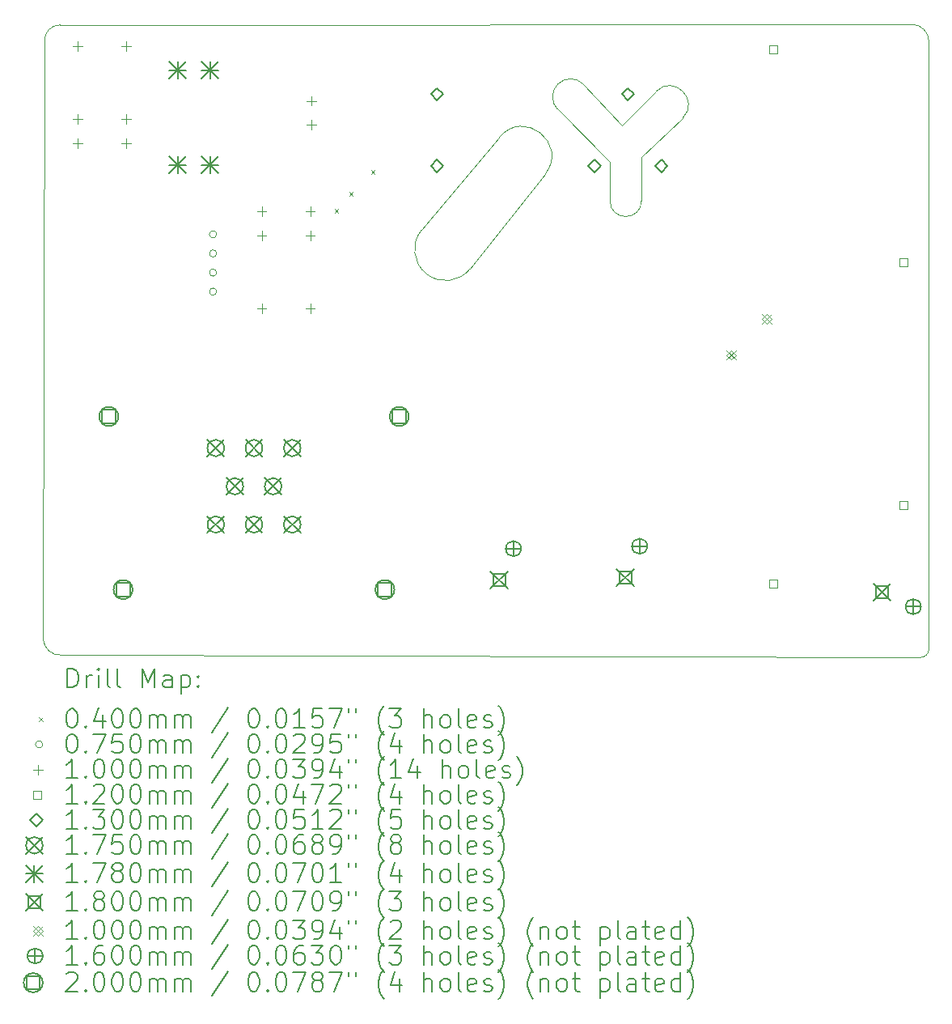
<source format=gbr>
%TF.GenerationSoftware,KiCad,Pcbnew,(6.0.7)*%
%TF.CreationDate,2022-11-28T12:29:10-05:00*%
%TF.ProjectId,pacman_side_2,7061636d-616e-45f7-9369-64655f322e6b,rev?*%
%TF.SameCoordinates,Original*%
%TF.FileFunction,Drillmap*%
%TF.FilePolarity,Positive*%
%FSLAX45Y45*%
G04 Gerber Fmt 4.5, Leading zero omitted, Abs format (unit mm)*
G04 Created by KiCad (PCBNEW (6.0.7)) date 2022-11-28 12:29:10*
%MOMM*%
%LPD*%
G01*
G04 APERTURE LIST*
%ADD10C,0.100000*%
%ADD11C,0.200000*%
%ADD12C,0.040000*%
%ADD13C,0.075000*%
%ADD14C,0.120000*%
%ADD15C,0.130000*%
%ADD16C,0.175000*%
%ADD17C,0.178000*%
%ADD18C,0.180000*%
%ADD19C,0.160000*%
G04 APERTURE END LIST*
D10*
X8940800Y-6451600D02*
X8928434Y-12712700D01*
X14581500Y-6906100D02*
G75*
G03*
X14314800Y-7172800I-133350J-133350D01*
G01*
X18034000Y-6281100D02*
X9105900Y-6286500D01*
X14860900Y-7718900D02*
X14860900Y-8125300D01*
X15622900Y-7261700D02*
X15191100Y-7668100D01*
X9118600Y-12877800D02*
X18110200Y-12903200D01*
X15622900Y-7261700D02*
G75*
G03*
X15343500Y-6982300I-139700J139700D01*
G01*
X14860900Y-8125300D02*
G75*
G03*
X15191100Y-8125300I165100J0D01*
G01*
X14182900Y-7849100D02*
G75*
G03*
X13700300Y-7468100I-241300J190500D01*
G01*
X18110200Y-12903200D02*
G75*
G03*
X18199738Y-12814938I1268J88261D01*
G01*
X15191100Y-8125300D02*
X15191100Y-7668100D01*
X12887500Y-8433300D02*
G75*
G03*
X13395500Y-8839700I254000J-203200D01*
G01*
X8928434Y-12712700D02*
G75*
G03*
X9118600Y-12877800I176595J11337D01*
G01*
X13395500Y-8839700D02*
X14182900Y-7849100D01*
X18199103Y-6451600D02*
G75*
G03*
X18034000Y-6281100I-181173J-10250D01*
G01*
X15343500Y-6982300D02*
X14987900Y-7337900D01*
X18199100Y-6451600D02*
X18199738Y-12814938D01*
X9105900Y-6286500D02*
G75*
G03*
X8940800Y-6451600I0J-165100D01*
G01*
X14314800Y-7172800D02*
X14860900Y-7718900D01*
X13700300Y-7468100D02*
X12887500Y-8433300D01*
X14581500Y-6906100D02*
X14987900Y-7337900D01*
D11*
D12*
X11978500Y-8210100D02*
X12018500Y-8250100D01*
X12018500Y-8210100D02*
X11978500Y-8250100D01*
X12130900Y-8032300D02*
X12170900Y-8072300D01*
X12170900Y-8032300D02*
X12130900Y-8072300D01*
X12359500Y-7803700D02*
X12399500Y-7843700D01*
X12399500Y-7803700D02*
X12359500Y-7843700D01*
D13*
X10743600Y-8477300D02*
G75*
G03*
X10743600Y-8477300I-37500J0D01*
G01*
X10743600Y-8677300D02*
G75*
G03*
X10743600Y-8677300I-37500J0D01*
G01*
X10743600Y-8877300D02*
G75*
G03*
X10743600Y-8877300I-37500J0D01*
G01*
X10743600Y-9077300D02*
G75*
G03*
X10743600Y-9077300I-37500J0D01*
G01*
D10*
X9289250Y-6460850D02*
X9289250Y-6560850D01*
X9239250Y-6510850D02*
X9339250Y-6510850D01*
X9289250Y-7222850D02*
X9289250Y-7322850D01*
X9239250Y-7272850D02*
X9339250Y-7272850D01*
X9289250Y-7476850D02*
X9289250Y-7576850D01*
X9239250Y-7526850D02*
X9339250Y-7526850D01*
X9797250Y-6460850D02*
X9797250Y-6560850D01*
X9747250Y-6510850D02*
X9847250Y-6510850D01*
X9797250Y-7222850D02*
X9797250Y-7322850D01*
X9747250Y-7272850D02*
X9847250Y-7272850D01*
X9797250Y-7476850D02*
X9797250Y-7576850D01*
X9747250Y-7526850D02*
X9847250Y-7526850D01*
X11215750Y-8185350D02*
X11215750Y-8285350D01*
X11165750Y-8235350D02*
X11265750Y-8235350D01*
X11215750Y-8439350D02*
X11215750Y-8539350D01*
X11165750Y-8489350D02*
X11265750Y-8489350D01*
X11215750Y-9201350D02*
X11215750Y-9301350D01*
X11165750Y-9251350D02*
X11265750Y-9251350D01*
X11723750Y-8185350D02*
X11723750Y-8285350D01*
X11673750Y-8235350D02*
X11773750Y-8235350D01*
X11723750Y-8439350D02*
X11723750Y-8539350D01*
X11673750Y-8489350D02*
X11773750Y-8489350D01*
X11723750Y-9201350D02*
X11723750Y-9301350D01*
X11673750Y-9251350D02*
X11773750Y-9251350D01*
X11734000Y-7031100D02*
X11734000Y-7131100D01*
X11684000Y-7081100D02*
X11784000Y-7081100D01*
X11734000Y-7281100D02*
X11734000Y-7381100D01*
X11684000Y-7331100D02*
X11784000Y-7331100D01*
D14*
X16615927Y-6582927D02*
X16615927Y-6498073D01*
X16531073Y-6498073D01*
X16531073Y-6582927D01*
X16615927Y-6582927D01*
X16615927Y-12170927D02*
X16615927Y-12086073D01*
X16531073Y-12086073D01*
X16531073Y-12170927D01*
X16615927Y-12170927D01*
X17974827Y-8810507D02*
X17974827Y-8725653D01*
X17889973Y-8725653D01*
X17889973Y-8810507D01*
X17974827Y-8810507D01*
X17974827Y-11350507D02*
X17974827Y-11265653D01*
X17889973Y-11265653D01*
X17889973Y-11350507D01*
X17974827Y-11350507D01*
D15*
X13050000Y-7077100D02*
X13115000Y-7012100D01*
X13050000Y-6947100D01*
X12985000Y-7012100D01*
X13050000Y-7077100D01*
X13050000Y-7827100D02*
X13115000Y-7762100D01*
X13050000Y-7697100D01*
X12985000Y-7762100D01*
X13050000Y-7827100D01*
X14700000Y-7827100D02*
X14765000Y-7762100D01*
X14700000Y-7697100D01*
X14635000Y-7762100D01*
X14700000Y-7827100D01*
X15050000Y-7077100D02*
X15115000Y-7012100D01*
X15050000Y-6947100D01*
X14985000Y-7012100D01*
X15050000Y-7077100D01*
X15400000Y-7827100D02*
X15465000Y-7762100D01*
X15400000Y-7697100D01*
X15335000Y-7762100D01*
X15400000Y-7827100D01*
D16*
X10647400Y-10625500D02*
X10822400Y-10800500D01*
X10822400Y-10625500D02*
X10647400Y-10800500D01*
X10822400Y-10713000D02*
G75*
G03*
X10822400Y-10713000I-87500J0D01*
G01*
X10647400Y-11425500D02*
X10822400Y-11600500D01*
X10822400Y-11425500D02*
X10647400Y-11600500D01*
X10822400Y-11513000D02*
G75*
G03*
X10822400Y-11513000I-87500J0D01*
G01*
X10847400Y-11025500D02*
X11022400Y-11200500D01*
X11022400Y-11025500D02*
X10847400Y-11200500D01*
X11022400Y-11113000D02*
G75*
G03*
X11022400Y-11113000I-87500J0D01*
G01*
X11047400Y-10625500D02*
X11222400Y-10800500D01*
X11222400Y-10625500D02*
X11047400Y-10800500D01*
X11222400Y-10713000D02*
G75*
G03*
X11222400Y-10713000I-87500J0D01*
G01*
X11047400Y-11425500D02*
X11222400Y-11600500D01*
X11222400Y-11425500D02*
X11047400Y-11600500D01*
X11222400Y-11513000D02*
G75*
G03*
X11222400Y-11513000I-87500J0D01*
G01*
X11247400Y-11025500D02*
X11422400Y-11200500D01*
X11422400Y-11025500D02*
X11247400Y-11200500D01*
X11422400Y-11113000D02*
G75*
G03*
X11422400Y-11113000I-87500J0D01*
G01*
X11447400Y-10625500D02*
X11622400Y-10800500D01*
X11622400Y-10625500D02*
X11447400Y-10800500D01*
X11622400Y-10713000D02*
G75*
G03*
X11622400Y-10713000I-87500J0D01*
G01*
X11447400Y-11425500D02*
X11622400Y-11600500D01*
X11622400Y-11425500D02*
X11447400Y-11600500D01*
X11622400Y-11513000D02*
G75*
G03*
X11622400Y-11513000I-87500J0D01*
G01*
D17*
X10247500Y-6671100D02*
X10425500Y-6849100D01*
X10425500Y-6671100D02*
X10247500Y-6849100D01*
X10336500Y-6671100D02*
X10336500Y-6849100D01*
X10247500Y-6760100D02*
X10425500Y-6760100D01*
X10247500Y-7663100D02*
X10425500Y-7841100D01*
X10425500Y-7663100D02*
X10247500Y-7841100D01*
X10336500Y-7663100D02*
X10336500Y-7841100D01*
X10247500Y-7752100D02*
X10425500Y-7752100D01*
X10587500Y-6671100D02*
X10765500Y-6849100D01*
X10765500Y-6671100D02*
X10587500Y-6849100D01*
X10676500Y-6671100D02*
X10676500Y-6849100D01*
X10587500Y-6760100D02*
X10765500Y-6760100D01*
X10587500Y-7663100D02*
X10765500Y-7841100D01*
X10765500Y-7663100D02*
X10587500Y-7841100D01*
X10676500Y-7663100D02*
X10676500Y-7841100D01*
X10587500Y-7752100D02*
X10765500Y-7752100D01*
D18*
X13610300Y-12000900D02*
X13790300Y-12180900D01*
X13790300Y-12000900D02*
X13610300Y-12180900D01*
X13763940Y-12154540D02*
X13763940Y-12027260D01*
X13636660Y-12027260D01*
X13636660Y-12154540D01*
X13763940Y-12154540D01*
X14931100Y-11975500D02*
X15111100Y-12155500D01*
X15111100Y-11975500D02*
X14931100Y-12155500D01*
X15084740Y-12129140D02*
X15084740Y-12001860D01*
X14957460Y-12001860D01*
X14957460Y-12129140D01*
X15084740Y-12129140D01*
X17621500Y-12132480D02*
X17801500Y-12312480D01*
X17801500Y-12132480D02*
X17621500Y-12312480D01*
X17775140Y-12286120D02*
X17775140Y-12158840D01*
X17647860Y-12158840D01*
X17647860Y-12286120D01*
X17775140Y-12286120D01*
D10*
X16077500Y-9689400D02*
X16177500Y-9789400D01*
X16177500Y-9689400D02*
X16077500Y-9789400D01*
X16127500Y-9789400D02*
X16177500Y-9739400D01*
X16127500Y-9689400D01*
X16077500Y-9739400D01*
X16127500Y-9789400D01*
X16455500Y-9311400D02*
X16555500Y-9411400D01*
X16555500Y-9311400D02*
X16455500Y-9411400D01*
X16505500Y-9411400D02*
X16555500Y-9361400D01*
X16505500Y-9311400D01*
X16455500Y-9361400D01*
X16505500Y-9411400D01*
D19*
X13850300Y-11685900D02*
X13850300Y-11845900D01*
X13770300Y-11765900D02*
X13930300Y-11765900D01*
X13930300Y-11765900D02*
G75*
G03*
X13930300Y-11765900I-80000J0D01*
G01*
X15171100Y-11660500D02*
X15171100Y-11820500D01*
X15091100Y-11740500D02*
X15251100Y-11740500D01*
X15251100Y-11740500D02*
G75*
G03*
X15251100Y-11740500I-80000J0D01*
G01*
X18036500Y-12292480D02*
X18036500Y-12452480D01*
X17956500Y-12372480D02*
X18116500Y-12372480D01*
X18116500Y-12372480D02*
G75*
G03*
X18116500Y-12372480I-80000J0D01*
G01*
D11*
X9685611Y-10453711D02*
X9685611Y-10312289D01*
X9544189Y-10312289D01*
X9544189Y-10453711D01*
X9685611Y-10453711D01*
X9714900Y-10383000D02*
G75*
G03*
X9714900Y-10383000I-100000J0D01*
G01*
X9835611Y-12263711D02*
X9835611Y-12122289D01*
X9694189Y-12122289D01*
X9694189Y-12263711D01*
X9835611Y-12263711D01*
X9864900Y-12193000D02*
G75*
G03*
X9864900Y-12193000I-100000J0D01*
G01*
X12575611Y-12263711D02*
X12575611Y-12122289D01*
X12434189Y-12122289D01*
X12434189Y-12263711D01*
X12575611Y-12263711D01*
X12604900Y-12193000D02*
G75*
G03*
X12604900Y-12193000I-100000J0D01*
G01*
X12725611Y-10453711D02*
X12725611Y-10312289D01*
X12584189Y-10312289D01*
X12584189Y-10453711D01*
X12725611Y-10453711D01*
X12754900Y-10383000D02*
G75*
G03*
X12754900Y-10383000I-100000J0D01*
G01*
X9181053Y-13218685D02*
X9181053Y-13018685D01*
X9228672Y-13018685D01*
X9257244Y-13028209D01*
X9276291Y-13047257D01*
X9285815Y-13066304D01*
X9295339Y-13104400D01*
X9295339Y-13132971D01*
X9285815Y-13171066D01*
X9276291Y-13190114D01*
X9257244Y-13209161D01*
X9228672Y-13218685D01*
X9181053Y-13218685D01*
X9381053Y-13218685D02*
X9381053Y-13085352D01*
X9381053Y-13123447D02*
X9390577Y-13104400D01*
X9400101Y-13094876D01*
X9419148Y-13085352D01*
X9438196Y-13085352D01*
X9504863Y-13218685D02*
X9504863Y-13085352D01*
X9504863Y-13018685D02*
X9495339Y-13028209D01*
X9504863Y-13037733D01*
X9514386Y-13028209D01*
X9504863Y-13018685D01*
X9504863Y-13037733D01*
X9628672Y-13218685D02*
X9609625Y-13209161D01*
X9600101Y-13190114D01*
X9600101Y-13018685D01*
X9733434Y-13218685D02*
X9714386Y-13209161D01*
X9704863Y-13190114D01*
X9704863Y-13018685D01*
X9962006Y-13218685D02*
X9962006Y-13018685D01*
X10028672Y-13161542D01*
X10095339Y-13018685D01*
X10095339Y-13218685D01*
X10276291Y-13218685D02*
X10276291Y-13113923D01*
X10266767Y-13094876D01*
X10247720Y-13085352D01*
X10209625Y-13085352D01*
X10190577Y-13094876D01*
X10276291Y-13209161D02*
X10257244Y-13218685D01*
X10209625Y-13218685D01*
X10190577Y-13209161D01*
X10181053Y-13190114D01*
X10181053Y-13171066D01*
X10190577Y-13152019D01*
X10209625Y-13142495D01*
X10257244Y-13142495D01*
X10276291Y-13132971D01*
X10371529Y-13085352D02*
X10371529Y-13285352D01*
X10371529Y-13094876D02*
X10390577Y-13085352D01*
X10428672Y-13085352D01*
X10447720Y-13094876D01*
X10457244Y-13104400D01*
X10466767Y-13123447D01*
X10466767Y-13180590D01*
X10457244Y-13199638D01*
X10447720Y-13209161D01*
X10428672Y-13218685D01*
X10390577Y-13218685D01*
X10371529Y-13209161D01*
X10552482Y-13199638D02*
X10562006Y-13209161D01*
X10552482Y-13218685D01*
X10542958Y-13209161D01*
X10552482Y-13199638D01*
X10552482Y-13218685D01*
X10552482Y-13094876D02*
X10562006Y-13104400D01*
X10552482Y-13113923D01*
X10542958Y-13104400D01*
X10552482Y-13094876D01*
X10552482Y-13113923D01*
D12*
X8883434Y-13528209D02*
X8923434Y-13568209D01*
X8923434Y-13528209D02*
X8883434Y-13568209D01*
D11*
X9219148Y-13438685D02*
X9238196Y-13438685D01*
X9257244Y-13448209D01*
X9266767Y-13457733D01*
X9276291Y-13476781D01*
X9285815Y-13514876D01*
X9285815Y-13562495D01*
X9276291Y-13600590D01*
X9266767Y-13619638D01*
X9257244Y-13629161D01*
X9238196Y-13638685D01*
X9219148Y-13638685D01*
X9200101Y-13629161D01*
X9190577Y-13619638D01*
X9181053Y-13600590D01*
X9171529Y-13562495D01*
X9171529Y-13514876D01*
X9181053Y-13476781D01*
X9190577Y-13457733D01*
X9200101Y-13448209D01*
X9219148Y-13438685D01*
X9371529Y-13619638D02*
X9381053Y-13629161D01*
X9371529Y-13638685D01*
X9362006Y-13629161D01*
X9371529Y-13619638D01*
X9371529Y-13638685D01*
X9552482Y-13505352D02*
X9552482Y-13638685D01*
X9504863Y-13429161D02*
X9457244Y-13572019D01*
X9581053Y-13572019D01*
X9695339Y-13438685D02*
X9714386Y-13438685D01*
X9733434Y-13448209D01*
X9742958Y-13457733D01*
X9752482Y-13476781D01*
X9762006Y-13514876D01*
X9762006Y-13562495D01*
X9752482Y-13600590D01*
X9742958Y-13619638D01*
X9733434Y-13629161D01*
X9714386Y-13638685D01*
X9695339Y-13638685D01*
X9676291Y-13629161D01*
X9666767Y-13619638D01*
X9657244Y-13600590D01*
X9647720Y-13562495D01*
X9647720Y-13514876D01*
X9657244Y-13476781D01*
X9666767Y-13457733D01*
X9676291Y-13448209D01*
X9695339Y-13438685D01*
X9885815Y-13438685D02*
X9904863Y-13438685D01*
X9923910Y-13448209D01*
X9933434Y-13457733D01*
X9942958Y-13476781D01*
X9952482Y-13514876D01*
X9952482Y-13562495D01*
X9942958Y-13600590D01*
X9933434Y-13619638D01*
X9923910Y-13629161D01*
X9904863Y-13638685D01*
X9885815Y-13638685D01*
X9866767Y-13629161D01*
X9857244Y-13619638D01*
X9847720Y-13600590D01*
X9838196Y-13562495D01*
X9838196Y-13514876D01*
X9847720Y-13476781D01*
X9857244Y-13457733D01*
X9866767Y-13448209D01*
X9885815Y-13438685D01*
X10038196Y-13638685D02*
X10038196Y-13505352D01*
X10038196Y-13524400D02*
X10047720Y-13514876D01*
X10066767Y-13505352D01*
X10095339Y-13505352D01*
X10114386Y-13514876D01*
X10123910Y-13533923D01*
X10123910Y-13638685D01*
X10123910Y-13533923D02*
X10133434Y-13514876D01*
X10152482Y-13505352D01*
X10181053Y-13505352D01*
X10200101Y-13514876D01*
X10209625Y-13533923D01*
X10209625Y-13638685D01*
X10304863Y-13638685D02*
X10304863Y-13505352D01*
X10304863Y-13524400D02*
X10314386Y-13514876D01*
X10333434Y-13505352D01*
X10362006Y-13505352D01*
X10381053Y-13514876D01*
X10390577Y-13533923D01*
X10390577Y-13638685D01*
X10390577Y-13533923D02*
X10400101Y-13514876D01*
X10419148Y-13505352D01*
X10447720Y-13505352D01*
X10466767Y-13514876D01*
X10476291Y-13533923D01*
X10476291Y-13638685D01*
X10866767Y-13429161D02*
X10695339Y-13686304D01*
X11123910Y-13438685D02*
X11142958Y-13438685D01*
X11162006Y-13448209D01*
X11171529Y-13457733D01*
X11181053Y-13476781D01*
X11190577Y-13514876D01*
X11190577Y-13562495D01*
X11181053Y-13600590D01*
X11171529Y-13619638D01*
X11162006Y-13629161D01*
X11142958Y-13638685D01*
X11123910Y-13638685D01*
X11104863Y-13629161D01*
X11095339Y-13619638D01*
X11085815Y-13600590D01*
X11076291Y-13562495D01*
X11076291Y-13514876D01*
X11085815Y-13476781D01*
X11095339Y-13457733D01*
X11104863Y-13448209D01*
X11123910Y-13438685D01*
X11276291Y-13619638D02*
X11285815Y-13629161D01*
X11276291Y-13638685D01*
X11266767Y-13629161D01*
X11276291Y-13619638D01*
X11276291Y-13638685D01*
X11409624Y-13438685D02*
X11428672Y-13438685D01*
X11447720Y-13448209D01*
X11457244Y-13457733D01*
X11466767Y-13476781D01*
X11476291Y-13514876D01*
X11476291Y-13562495D01*
X11466767Y-13600590D01*
X11457244Y-13619638D01*
X11447720Y-13629161D01*
X11428672Y-13638685D01*
X11409624Y-13638685D01*
X11390577Y-13629161D01*
X11381053Y-13619638D01*
X11371529Y-13600590D01*
X11362005Y-13562495D01*
X11362005Y-13514876D01*
X11371529Y-13476781D01*
X11381053Y-13457733D01*
X11390577Y-13448209D01*
X11409624Y-13438685D01*
X11666767Y-13638685D02*
X11552482Y-13638685D01*
X11609624Y-13638685D02*
X11609624Y-13438685D01*
X11590577Y-13467257D01*
X11571529Y-13486304D01*
X11552482Y-13495828D01*
X11847720Y-13438685D02*
X11752482Y-13438685D01*
X11742958Y-13533923D01*
X11752482Y-13524400D01*
X11771529Y-13514876D01*
X11819148Y-13514876D01*
X11838196Y-13524400D01*
X11847720Y-13533923D01*
X11857244Y-13552971D01*
X11857244Y-13600590D01*
X11847720Y-13619638D01*
X11838196Y-13629161D01*
X11819148Y-13638685D01*
X11771529Y-13638685D01*
X11752482Y-13629161D01*
X11742958Y-13619638D01*
X11923910Y-13438685D02*
X12057244Y-13438685D01*
X11971529Y-13638685D01*
X12123910Y-13438685D02*
X12123910Y-13476781D01*
X12200101Y-13438685D02*
X12200101Y-13476781D01*
X12495339Y-13714876D02*
X12485815Y-13705352D01*
X12466767Y-13676781D01*
X12457244Y-13657733D01*
X12447720Y-13629161D01*
X12438196Y-13581542D01*
X12438196Y-13543447D01*
X12447720Y-13495828D01*
X12457244Y-13467257D01*
X12466767Y-13448209D01*
X12485815Y-13419638D01*
X12495339Y-13410114D01*
X12552482Y-13438685D02*
X12676291Y-13438685D01*
X12609624Y-13514876D01*
X12638196Y-13514876D01*
X12657244Y-13524400D01*
X12666767Y-13533923D01*
X12676291Y-13552971D01*
X12676291Y-13600590D01*
X12666767Y-13619638D01*
X12657244Y-13629161D01*
X12638196Y-13638685D01*
X12581053Y-13638685D01*
X12562005Y-13629161D01*
X12552482Y-13619638D01*
X12914386Y-13638685D02*
X12914386Y-13438685D01*
X13000101Y-13638685D02*
X13000101Y-13533923D01*
X12990577Y-13514876D01*
X12971529Y-13505352D01*
X12942958Y-13505352D01*
X12923910Y-13514876D01*
X12914386Y-13524400D01*
X13123910Y-13638685D02*
X13104863Y-13629161D01*
X13095339Y-13619638D01*
X13085815Y-13600590D01*
X13085815Y-13543447D01*
X13095339Y-13524400D01*
X13104863Y-13514876D01*
X13123910Y-13505352D01*
X13152482Y-13505352D01*
X13171529Y-13514876D01*
X13181053Y-13524400D01*
X13190577Y-13543447D01*
X13190577Y-13600590D01*
X13181053Y-13619638D01*
X13171529Y-13629161D01*
X13152482Y-13638685D01*
X13123910Y-13638685D01*
X13304863Y-13638685D02*
X13285815Y-13629161D01*
X13276291Y-13610114D01*
X13276291Y-13438685D01*
X13457244Y-13629161D02*
X13438196Y-13638685D01*
X13400101Y-13638685D01*
X13381053Y-13629161D01*
X13371529Y-13610114D01*
X13371529Y-13533923D01*
X13381053Y-13514876D01*
X13400101Y-13505352D01*
X13438196Y-13505352D01*
X13457244Y-13514876D01*
X13466767Y-13533923D01*
X13466767Y-13552971D01*
X13371529Y-13572019D01*
X13542958Y-13629161D02*
X13562005Y-13638685D01*
X13600101Y-13638685D01*
X13619148Y-13629161D01*
X13628672Y-13610114D01*
X13628672Y-13600590D01*
X13619148Y-13581542D01*
X13600101Y-13572019D01*
X13571529Y-13572019D01*
X13552482Y-13562495D01*
X13542958Y-13543447D01*
X13542958Y-13533923D01*
X13552482Y-13514876D01*
X13571529Y-13505352D01*
X13600101Y-13505352D01*
X13619148Y-13514876D01*
X13695339Y-13714876D02*
X13704863Y-13705352D01*
X13723910Y-13676781D01*
X13733434Y-13657733D01*
X13742958Y-13629161D01*
X13752482Y-13581542D01*
X13752482Y-13543447D01*
X13742958Y-13495828D01*
X13733434Y-13467257D01*
X13723910Y-13448209D01*
X13704863Y-13419638D01*
X13695339Y-13410114D01*
D13*
X8923434Y-13812209D02*
G75*
G03*
X8923434Y-13812209I-37500J0D01*
G01*
D11*
X9219148Y-13702685D02*
X9238196Y-13702685D01*
X9257244Y-13712209D01*
X9266767Y-13721733D01*
X9276291Y-13740781D01*
X9285815Y-13778876D01*
X9285815Y-13826495D01*
X9276291Y-13864590D01*
X9266767Y-13883638D01*
X9257244Y-13893161D01*
X9238196Y-13902685D01*
X9219148Y-13902685D01*
X9200101Y-13893161D01*
X9190577Y-13883638D01*
X9181053Y-13864590D01*
X9171529Y-13826495D01*
X9171529Y-13778876D01*
X9181053Y-13740781D01*
X9190577Y-13721733D01*
X9200101Y-13712209D01*
X9219148Y-13702685D01*
X9371529Y-13883638D02*
X9381053Y-13893161D01*
X9371529Y-13902685D01*
X9362006Y-13893161D01*
X9371529Y-13883638D01*
X9371529Y-13902685D01*
X9447720Y-13702685D02*
X9581053Y-13702685D01*
X9495339Y-13902685D01*
X9752482Y-13702685D02*
X9657244Y-13702685D01*
X9647720Y-13797923D01*
X9657244Y-13788400D01*
X9676291Y-13778876D01*
X9723910Y-13778876D01*
X9742958Y-13788400D01*
X9752482Y-13797923D01*
X9762006Y-13816971D01*
X9762006Y-13864590D01*
X9752482Y-13883638D01*
X9742958Y-13893161D01*
X9723910Y-13902685D01*
X9676291Y-13902685D01*
X9657244Y-13893161D01*
X9647720Y-13883638D01*
X9885815Y-13702685D02*
X9904863Y-13702685D01*
X9923910Y-13712209D01*
X9933434Y-13721733D01*
X9942958Y-13740781D01*
X9952482Y-13778876D01*
X9952482Y-13826495D01*
X9942958Y-13864590D01*
X9933434Y-13883638D01*
X9923910Y-13893161D01*
X9904863Y-13902685D01*
X9885815Y-13902685D01*
X9866767Y-13893161D01*
X9857244Y-13883638D01*
X9847720Y-13864590D01*
X9838196Y-13826495D01*
X9838196Y-13778876D01*
X9847720Y-13740781D01*
X9857244Y-13721733D01*
X9866767Y-13712209D01*
X9885815Y-13702685D01*
X10038196Y-13902685D02*
X10038196Y-13769352D01*
X10038196Y-13788400D02*
X10047720Y-13778876D01*
X10066767Y-13769352D01*
X10095339Y-13769352D01*
X10114386Y-13778876D01*
X10123910Y-13797923D01*
X10123910Y-13902685D01*
X10123910Y-13797923D02*
X10133434Y-13778876D01*
X10152482Y-13769352D01*
X10181053Y-13769352D01*
X10200101Y-13778876D01*
X10209625Y-13797923D01*
X10209625Y-13902685D01*
X10304863Y-13902685D02*
X10304863Y-13769352D01*
X10304863Y-13788400D02*
X10314386Y-13778876D01*
X10333434Y-13769352D01*
X10362006Y-13769352D01*
X10381053Y-13778876D01*
X10390577Y-13797923D01*
X10390577Y-13902685D01*
X10390577Y-13797923D02*
X10400101Y-13778876D01*
X10419148Y-13769352D01*
X10447720Y-13769352D01*
X10466767Y-13778876D01*
X10476291Y-13797923D01*
X10476291Y-13902685D01*
X10866767Y-13693161D02*
X10695339Y-13950304D01*
X11123910Y-13702685D02*
X11142958Y-13702685D01*
X11162006Y-13712209D01*
X11171529Y-13721733D01*
X11181053Y-13740781D01*
X11190577Y-13778876D01*
X11190577Y-13826495D01*
X11181053Y-13864590D01*
X11171529Y-13883638D01*
X11162006Y-13893161D01*
X11142958Y-13902685D01*
X11123910Y-13902685D01*
X11104863Y-13893161D01*
X11095339Y-13883638D01*
X11085815Y-13864590D01*
X11076291Y-13826495D01*
X11076291Y-13778876D01*
X11085815Y-13740781D01*
X11095339Y-13721733D01*
X11104863Y-13712209D01*
X11123910Y-13702685D01*
X11276291Y-13883638D02*
X11285815Y-13893161D01*
X11276291Y-13902685D01*
X11266767Y-13893161D01*
X11276291Y-13883638D01*
X11276291Y-13902685D01*
X11409624Y-13702685D02*
X11428672Y-13702685D01*
X11447720Y-13712209D01*
X11457244Y-13721733D01*
X11466767Y-13740781D01*
X11476291Y-13778876D01*
X11476291Y-13826495D01*
X11466767Y-13864590D01*
X11457244Y-13883638D01*
X11447720Y-13893161D01*
X11428672Y-13902685D01*
X11409624Y-13902685D01*
X11390577Y-13893161D01*
X11381053Y-13883638D01*
X11371529Y-13864590D01*
X11362005Y-13826495D01*
X11362005Y-13778876D01*
X11371529Y-13740781D01*
X11381053Y-13721733D01*
X11390577Y-13712209D01*
X11409624Y-13702685D01*
X11552482Y-13721733D02*
X11562005Y-13712209D01*
X11581053Y-13702685D01*
X11628672Y-13702685D01*
X11647720Y-13712209D01*
X11657244Y-13721733D01*
X11666767Y-13740781D01*
X11666767Y-13759828D01*
X11657244Y-13788400D01*
X11542958Y-13902685D01*
X11666767Y-13902685D01*
X11762005Y-13902685D02*
X11800101Y-13902685D01*
X11819148Y-13893161D01*
X11828672Y-13883638D01*
X11847720Y-13855066D01*
X11857244Y-13816971D01*
X11857244Y-13740781D01*
X11847720Y-13721733D01*
X11838196Y-13712209D01*
X11819148Y-13702685D01*
X11781053Y-13702685D01*
X11762005Y-13712209D01*
X11752482Y-13721733D01*
X11742958Y-13740781D01*
X11742958Y-13788400D01*
X11752482Y-13807447D01*
X11762005Y-13816971D01*
X11781053Y-13826495D01*
X11819148Y-13826495D01*
X11838196Y-13816971D01*
X11847720Y-13807447D01*
X11857244Y-13788400D01*
X12038196Y-13702685D02*
X11942958Y-13702685D01*
X11933434Y-13797923D01*
X11942958Y-13788400D01*
X11962005Y-13778876D01*
X12009624Y-13778876D01*
X12028672Y-13788400D01*
X12038196Y-13797923D01*
X12047720Y-13816971D01*
X12047720Y-13864590D01*
X12038196Y-13883638D01*
X12028672Y-13893161D01*
X12009624Y-13902685D01*
X11962005Y-13902685D01*
X11942958Y-13893161D01*
X11933434Y-13883638D01*
X12123910Y-13702685D02*
X12123910Y-13740781D01*
X12200101Y-13702685D02*
X12200101Y-13740781D01*
X12495339Y-13978876D02*
X12485815Y-13969352D01*
X12466767Y-13940781D01*
X12457244Y-13921733D01*
X12447720Y-13893161D01*
X12438196Y-13845542D01*
X12438196Y-13807447D01*
X12447720Y-13759828D01*
X12457244Y-13731257D01*
X12466767Y-13712209D01*
X12485815Y-13683638D01*
X12495339Y-13674114D01*
X12657244Y-13769352D02*
X12657244Y-13902685D01*
X12609624Y-13693161D02*
X12562005Y-13836019D01*
X12685815Y-13836019D01*
X12914386Y-13902685D02*
X12914386Y-13702685D01*
X13000101Y-13902685D02*
X13000101Y-13797923D01*
X12990577Y-13778876D01*
X12971529Y-13769352D01*
X12942958Y-13769352D01*
X12923910Y-13778876D01*
X12914386Y-13788400D01*
X13123910Y-13902685D02*
X13104863Y-13893161D01*
X13095339Y-13883638D01*
X13085815Y-13864590D01*
X13085815Y-13807447D01*
X13095339Y-13788400D01*
X13104863Y-13778876D01*
X13123910Y-13769352D01*
X13152482Y-13769352D01*
X13171529Y-13778876D01*
X13181053Y-13788400D01*
X13190577Y-13807447D01*
X13190577Y-13864590D01*
X13181053Y-13883638D01*
X13171529Y-13893161D01*
X13152482Y-13902685D01*
X13123910Y-13902685D01*
X13304863Y-13902685D02*
X13285815Y-13893161D01*
X13276291Y-13874114D01*
X13276291Y-13702685D01*
X13457244Y-13893161D02*
X13438196Y-13902685D01*
X13400101Y-13902685D01*
X13381053Y-13893161D01*
X13371529Y-13874114D01*
X13371529Y-13797923D01*
X13381053Y-13778876D01*
X13400101Y-13769352D01*
X13438196Y-13769352D01*
X13457244Y-13778876D01*
X13466767Y-13797923D01*
X13466767Y-13816971D01*
X13371529Y-13836019D01*
X13542958Y-13893161D02*
X13562005Y-13902685D01*
X13600101Y-13902685D01*
X13619148Y-13893161D01*
X13628672Y-13874114D01*
X13628672Y-13864590D01*
X13619148Y-13845542D01*
X13600101Y-13836019D01*
X13571529Y-13836019D01*
X13552482Y-13826495D01*
X13542958Y-13807447D01*
X13542958Y-13797923D01*
X13552482Y-13778876D01*
X13571529Y-13769352D01*
X13600101Y-13769352D01*
X13619148Y-13778876D01*
X13695339Y-13978876D02*
X13704863Y-13969352D01*
X13723910Y-13940781D01*
X13733434Y-13921733D01*
X13742958Y-13893161D01*
X13752482Y-13845542D01*
X13752482Y-13807447D01*
X13742958Y-13759828D01*
X13733434Y-13731257D01*
X13723910Y-13712209D01*
X13704863Y-13683638D01*
X13695339Y-13674114D01*
D10*
X8873434Y-14026209D02*
X8873434Y-14126209D01*
X8823434Y-14076209D02*
X8923434Y-14076209D01*
D11*
X9285815Y-14166685D02*
X9171529Y-14166685D01*
X9228672Y-14166685D02*
X9228672Y-13966685D01*
X9209625Y-13995257D01*
X9190577Y-14014304D01*
X9171529Y-14023828D01*
X9371529Y-14147638D02*
X9381053Y-14157161D01*
X9371529Y-14166685D01*
X9362006Y-14157161D01*
X9371529Y-14147638D01*
X9371529Y-14166685D01*
X9504863Y-13966685D02*
X9523910Y-13966685D01*
X9542958Y-13976209D01*
X9552482Y-13985733D01*
X9562006Y-14004781D01*
X9571529Y-14042876D01*
X9571529Y-14090495D01*
X9562006Y-14128590D01*
X9552482Y-14147638D01*
X9542958Y-14157161D01*
X9523910Y-14166685D01*
X9504863Y-14166685D01*
X9485815Y-14157161D01*
X9476291Y-14147638D01*
X9466767Y-14128590D01*
X9457244Y-14090495D01*
X9457244Y-14042876D01*
X9466767Y-14004781D01*
X9476291Y-13985733D01*
X9485815Y-13976209D01*
X9504863Y-13966685D01*
X9695339Y-13966685D02*
X9714386Y-13966685D01*
X9733434Y-13976209D01*
X9742958Y-13985733D01*
X9752482Y-14004781D01*
X9762006Y-14042876D01*
X9762006Y-14090495D01*
X9752482Y-14128590D01*
X9742958Y-14147638D01*
X9733434Y-14157161D01*
X9714386Y-14166685D01*
X9695339Y-14166685D01*
X9676291Y-14157161D01*
X9666767Y-14147638D01*
X9657244Y-14128590D01*
X9647720Y-14090495D01*
X9647720Y-14042876D01*
X9657244Y-14004781D01*
X9666767Y-13985733D01*
X9676291Y-13976209D01*
X9695339Y-13966685D01*
X9885815Y-13966685D02*
X9904863Y-13966685D01*
X9923910Y-13976209D01*
X9933434Y-13985733D01*
X9942958Y-14004781D01*
X9952482Y-14042876D01*
X9952482Y-14090495D01*
X9942958Y-14128590D01*
X9933434Y-14147638D01*
X9923910Y-14157161D01*
X9904863Y-14166685D01*
X9885815Y-14166685D01*
X9866767Y-14157161D01*
X9857244Y-14147638D01*
X9847720Y-14128590D01*
X9838196Y-14090495D01*
X9838196Y-14042876D01*
X9847720Y-14004781D01*
X9857244Y-13985733D01*
X9866767Y-13976209D01*
X9885815Y-13966685D01*
X10038196Y-14166685D02*
X10038196Y-14033352D01*
X10038196Y-14052400D02*
X10047720Y-14042876D01*
X10066767Y-14033352D01*
X10095339Y-14033352D01*
X10114386Y-14042876D01*
X10123910Y-14061923D01*
X10123910Y-14166685D01*
X10123910Y-14061923D02*
X10133434Y-14042876D01*
X10152482Y-14033352D01*
X10181053Y-14033352D01*
X10200101Y-14042876D01*
X10209625Y-14061923D01*
X10209625Y-14166685D01*
X10304863Y-14166685D02*
X10304863Y-14033352D01*
X10304863Y-14052400D02*
X10314386Y-14042876D01*
X10333434Y-14033352D01*
X10362006Y-14033352D01*
X10381053Y-14042876D01*
X10390577Y-14061923D01*
X10390577Y-14166685D01*
X10390577Y-14061923D02*
X10400101Y-14042876D01*
X10419148Y-14033352D01*
X10447720Y-14033352D01*
X10466767Y-14042876D01*
X10476291Y-14061923D01*
X10476291Y-14166685D01*
X10866767Y-13957161D02*
X10695339Y-14214304D01*
X11123910Y-13966685D02*
X11142958Y-13966685D01*
X11162006Y-13976209D01*
X11171529Y-13985733D01*
X11181053Y-14004781D01*
X11190577Y-14042876D01*
X11190577Y-14090495D01*
X11181053Y-14128590D01*
X11171529Y-14147638D01*
X11162006Y-14157161D01*
X11142958Y-14166685D01*
X11123910Y-14166685D01*
X11104863Y-14157161D01*
X11095339Y-14147638D01*
X11085815Y-14128590D01*
X11076291Y-14090495D01*
X11076291Y-14042876D01*
X11085815Y-14004781D01*
X11095339Y-13985733D01*
X11104863Y-13976209D01*
X11123910Y-13966685D01*
X11276291Y-14147638D02*
X11285815Y-14157161D01*
X11276291Y-14166685D01*
X11266767Y-14157161D01*
X11276291Y-14147638D01*
X11276291Y-14166685D01*
X11409624Y-13966685D02*
X11428672Y-13966685D01*
X11447720Y-13976209D01*
X11457244Y-13985733D01*
X11466767Y-14004781D01*
X11476291Y-14042876D01*
X11476291Y-14090495D01*
X11466767Y-14128590D01*
X11457244Y-14147638D01*
X11447720Y-14157161D01*
X11428672Y-14166685D01*
X11409624Y-14166685D01*
X11390577Y-14157161D01*
X11381053Y-14147638D01*
X11371529Y-14128590D01*
X11362005Y-14090495D01*
X11362005Y-14042876D01*
X11371529Y-14004781D01*
X11381053Y-13985733D01*
X11390577Y-13976209D01*
X11409624Y-13966685D01*
X11542958Y-13966685D02*
X11666767Y-13966685D01*
X11600101Y-14042876D01*
X11628672Y-14042876D01*
X11647720Y-14052400D01*
X11657244Y-14061923D01*
X11666767Y-14080971D01*
X11666767Y-14128590D01*
X11657244Y-14147638D01*
X11647720Y-14157161D01*
X11628672Y-14166685D01*
X11571529Y-14166685D01*
X11552482Y-14157161D01*
X11542958Y-14147638D01*
X11762005Y-14166685D02*
X11800101Y-14166685D01*
X11819148Y-14157161D01*
X11828672Y-14147638D01*
X11847720Y-14119066D01*
X11857244Y-14080971D01*
X11857244Y-14004781D01*
X11847720Y-13985733D01*
X11838196Y-13976209D01*
X11819148Y-13966685D01*
X11781053Y-13966685D01*
X11762005Y-13976209D01*
X11752482Y-13985733D01*
X11742958Y-14004781D01*
X11742958Y-14052400D01*
X11752482Y-14071447D01*
X11762005Y-14080971D01*
X11781053Y-14090495D01*
X11819148Y-14090495D01*
X11838196Y-14080971D01*
X11847720Y-14071447D01*
X11857244Y-14052400D01*
X12028672Y-14033352D02*
X12028672Y-14166685D01*
X11981053Y-13957161D02*
X11933434Y-14100019D01*
X12057244Y-14100019D01*
X12123910Y-13966685D02*
X12123910Y-14004781D01*
X12200101Y-13966685D02*
X12200101Y-14004781D01*
X12495339Y-14242876D02*
X12485815Y-14233352D01*
X12466767Y-14204781D01*
X12457244Y-14185733D01*
X12447720Y-14157161D01*
X12438196Y-14109542D01*
X12438196Y-14071447D01*
X12447720Y-14023828D01*
X12457244Y-13995257D01*
X12466767Y-13976209D01*
X12485815Y-13947638D01*
X12495339Y-13938114D01*
X12676291Y-14166685D02*
X12562005Y-14166685D01*
X12619148Y-14166685D02*
X12619148Y-13966685D01*
X12600101Y-13995257D01*
X12581053Y-14014304D01*
X12562005Y-14023828D01*
X12847720Y-14033352D02*
X12847720Y-14166685D01*
X12800101Y-13957161D02*
X12752482Y-14100019D01*
X12876291Y-14100019D01*
X13104863Y-14166685D02*
X13104863Y-13966685D01*
X13190577Y-14166685D02*
X13190577Y-14061923D01*
X13181053Y-14042876D01*
X13162005Y-14033352D01*
X13133434Y-14033352D01*
X13114386Y-14042876D01*
X13104863Y-14052400D01*
X13314386Y-14166685D02*
X13295339Y-14157161D01*
X13285815Y-14147638D01*
X13276291Y-14128590D01*
X13276291Y-14071447D01*
X13285815Y-14052400D01*
X13295339Y-14042876D01*
X13314386Y-14033352D01*
X13342958Y-14033352D01*
X13362005Y-14042876D01*
X13371529Y-14052400D01*
X13381053Y-14071447D01*
X13381053Y-14128590D01*
X13371529Y-14147638D01*
X13362005Y-14157161D01*
X13342958Y-14166685D01*
X13314386Y-14166685D01*
X13495339Y-14166685D02*
X13476291Y-14157161D01*
X13466767Y-14138114D01*
X13466767Y-13966685D01*
X13647720Y-14157161D02*
X13628672Y-14166685D01*
X13590577Y-14166685D01*
X13571529Y-14157161D01*
X13562005Y-14138114D01*
X13562005Y-14061923D01*
X13571529Y-14042876D01*
X13590577Y-14033352D01*
X13628672Y-14033352D01*
X13647720Y-14042876D01*
X13657244Y-14061923D01*
X13657244Y-14080971D01*
X13562005Y-14100019D01*
X13733434Y-14157161D02*
X13752482Y-14166685D01*
X13790577Y-14166685D01*
X13809624Y-14157161D01*
X13819148Y-14138114D01*
X13819148Y-14128590D01*
X13809624Y-14109542D01*
X13790577Y-14100019D01*
X13762005Y-14100019D01*
X13742958Y-14090495D01*
X13733434Y-14071447D01*
X13733434Y-14061923D01*
X13742958Y-14042876D01*
X13762005Y-14033352D01*
X13790577Y-14033352D01*
X13809624Y-14042876D01*
X13885815Y-14242876D02*
X13895339Y-14233352D01*
X13914386Y-14204781D01*
X13923910Y-14185733D01*
X13933434Y-14157161D01*
X13942958Y-14109542D01*
X13942958Y-14071447D01*
X13933434Y-14023828D01*
X13923910Y-13995257D01*
X13914386Y-13976209D01*
X13895339Y-13947638D01*
X13885815Y-13938114D01*
D14*
X8905861Y-14382636D02*
X8905861Y-14297782D01*
X8821007Y-14297782D01*
X8821007Y-14382636D01*
X8905861Y-14382636D01*
D11*
X9285815Y-14430685D02*
X9171529Y-14430685D01*
X9228672Y-14430685D02*
X9228672Y-14230685D01*
X9209625Y-14259257D01*
X9190577Y-14278304D01*
X9171529Y-14287828D01*
X9371529Y-14411638D02*
X9381053Y-14421161D01*
X9371529Y-14430685D01*
X9362006Y-14421161D01*
X9371529Y-14411638D01*
X9371529Y-14430685D01*
X9457244Y-14249733D02*
X9466767Y-14240209D01*
X9485815Y-14230685D01*
X9533434Y-14230685D01*
X9552482Y-14240209D01*
X9562006Y-14249733D01*
X9571529Y-14268781D01*
X9571529Y-14287828D01*
X9562006Y-14316400D01*
X9447720Y-14430685D01*
X9571529Y-14430685D01*
X9695339Y-14230685D02*
X9714386Y-14230685D01*
X9733434Y-14240209D01*
X9742958Y-14249733D01*
X9752482Y-14268781D01*
X9762006Y-14306876D01*
X9762006Y-14354495D01*
X9752482Y-14392590D01*
X9742958Y-14411638D01*
X9733434Y-14421161D01*
X9714386Y-14430685D01*
X9695339Y-14430685D01*
X9676291Y-14421161D01*
X9666767Y-14411638D01*
X9657244Y-14392590D01*
X9647720Y-14354495D01*
X9647720Y-14306876D01*
X9657244Y-14268781D01*
X9666767Y-14249733D01*
X9676291Y-14240209D01*
X9695339Y-14230685D01*
X9885815Y-14230685D02*
X9904863Y-14230685D01*
X9923910Y-14240209D01*
X9933434Y-14249733D01*
X9942958Y-14268781D01*
X9952482Y-14306876D01*
X9952482Y-14354495D01*
X9942958Y-14392590D01*
X9933434Y-14411638D01*
X9923910Y-14421161D01*
X9904863Y-14430685D01*
X9885815Y-14430685D01*
X9866767Y-14421161D01*
X9857244Y-14411638D01*
X9847720Y-14392590D01*
X9838196Y-14354495D01*
X9838196Y-14306876D01*
X9847720Y-14268781D01*
X9857244Y-14249733D01*
X9866767Y-14240209D01*
X9885815Y-14230685D01*
X10038196Y-14430685D02*
X10038196Y-14297352D01*
X10038196Y-14316400D02*
X10047720Y-14306876D01*
X10066767Y-14297352D01*
X10095339Y-14297352D01*
X10114386Y-14306876D01*
X10123910Y-14325923D01*
X10123910Y-14430685D01*
X10123910Y-14325923D02*
X10133434Y-14306876D01*
X10152482Y-14297352D01*
X10181053Y-14297352D01*
X10200101Y-14306876D01*
X10209625Y-14325923D01*
X10209625Y-14430685D01*
X10304863Y-14430685D02*
X10304863Y-14297352D01*
X10304863Y-14316400D02*
X10314386Y-14306876D01*
X10333434Y-14297352D01*
X10362006Y-14297352D01*
X10381053Y-14306876D01*
X10390577Y-14325923D01*
X10390577Y-14430685D01*
X10390577Y-14325923D02*
X10400101Y-14306876D01*
X10419148Y-14297352D01*
X10447720Y-14297352D01*
X10466767Y-14306876D01*
X10476291Y-14325923D01*
X10476291Y-14430685D01*
X10866767Y-14221161D02*
X10695339Y-14478304D01*
X11123910Y-14230685D02*
X11142958Y-14230685D01*
X11162006Y-14240209D01*
X11171529Y-14249733D01*
X11181053Y-14268781D01*
X11190577Y-14306876D01*
X11190577Y-14354495D01*
X11181053Y-14392590D01*
X11171529Y-14411638D01*
X11162006Y-14421161D01*
X11142958Y-14430685D01*
X11123910Y-14430685D01*
X11104863Y-14421161D01*
X11095339Y-14411638D01*
X11085815Y-14392590D01*
X11076291Y-14354495D01*
X11076291Y-14306876D01*
X11085815Y-14268781D01*
X11095339Y-14249733D01*
X11104863Y-14240209D01*
X11123910Y-14230685D01*
X11276291Y-14411638D02*
X11285815Y-14421161D01*
X11276291Y-14430685D01*
X11266767Y-14421161D01*
X11276291Y-14411638D01*
X11276291Y-14430685D01*
X11409624Y-14230685D02*
X11428672Y-14230685D01*
X11447720Y-14240209D01*
X11457244Y-14249733D01*
X11466767Y-14268781D01*
X11476291Y-14306876D01*
X11476291Y-14354495D01*
X11466767Y-14392590D01*
X11457244Y-14411638D01*
X11447720Y-14421161D01*
X11428672Y-14430685D01*
X11409624Y-14430685D01*
X11390577Y-14421161D01*
X11381053Y-14411638D01*
X11371529Y-14392590D01*
X11362005Y-14354495D01*
X11362005Y-14306876D01*
X11371529Y-14268781D01*
X11381053Y-14249733D01*
X11390577Y-14240209D01*
X11409624Y-14230685D01*
X11647720Y-14297352D02*
X11647720Y-14430685D01*
X11600101Y-14221161D02*
X11552482Y-14364019D01*
X11676291Y-14364019D01*
X11733434Y-14230685D02*
X11866767Y-14230685D01*
X11781053Y-14430685D01*
X11933434Y-14249733D02*
X11942958Y-14240209D01*
X11962005Y-14230685D01*
X12009624Y-14230685D01*
X12028672Y-14240209D01*
X12038196Y-14249733D01*
X12047720Y-14268781D01*
X12047720Y-14287828D01*
X12038196Y-14316400D01*
X11923910Y-14430685D01*
X12047720Y-14430685D01*
X12123910Y-14230685D02*
X12123910Y-14268781D01*
X12200101Y-14230685D02*
X12200101Y-14268781D01*
X12495339Y-14506876D02*
X12485815Y-14497352D01*
X12466767Y-14468781D01*
X12457244Y-14449733D01*
X12447720Y-14421161D01*
X12438196Y-14373542D01*
X12438196Y-14335447D01*
X12447720Y-14287828D01*
X12457244Y-14259257D01*
X12466767Y-14240209D01*
X12485815Y-14211638D01*
X12495339Y-14202114D01*
X12657244Y-14297352D02*
X12657244Y-14430685D01*
X12609624Y-14221161D02*
X12562005Y-14364019D01*
X12685815Y-14364019D01*
X12914386Y-14430685D02*
X12914386Y-14230685D01*
X13000101Y-14430685D02*
X13000101Y-14325923D01*
X12990577Y-14306876D01*
X12971529Y-14297352D01*
X12942958Y-14297352D01*
X12923910Y-14306876D01*
X12914386Y-14316400D01*
X13123910Y-14430685D02*
X13104863Y-14421161D01*
X13095339Y-14411638D01*
X13085815Y-14392590D01*
X13085815Y-14335447D01*
X13095339Y-14316400D01*
X13104863Y-14306876D01*
X13123910Y-14297352D01*
X13152482Y-14297352D01*
X13171529Y-14306876D01*
X13181053Y-14316400D01*
X13190577Y-14335447D01*
X13190577Y-14392590D01*
X13181053Y-14411638D01*
X13171529Y-14421161D01*
X13152482Y-14430685D01*
X13123910Y-14430685D01*
X13304863Y-14430685D02*
X13285815Y-14421161D01*
X13276291Y-14402114D01*
X13276291Y-14230685D01*
X13457244Y-14421161D02*
X13438196Y-14430685D01*
X13400101Y-14430685D01*
X13381053Y-14421161D01*
X13371529Y-14402114D01*
X13371529Y-14325923D01*
X13381053Y-14306876D01*
X13400101Y-14297352D01*
X13438196Y-14297352D01*
X13457244Y-14306876D01*
X13466767Y-14325923D01*
X13466767Y-14344971D01*
X13371529Y-14364019D01*
X13542958Y-14421161D02*
X13562005Y-14430685D01*
X13600101Y-14430685D01*
X13619148Y-14421161D01*
X13628672Y-14402114D01*
X13628672Y-14392590D01*
X13619148Y-14373542D01*
X13600101Y-14364019D01*
X13571529Y-14364019D01*
X13552482Y-14354495D01*
X13542958Y-14335447D01*
X13542958Y-14325923D01*
X13552482Y-14306876D01*
X13571529Y-14297352D01*
X13600101Y-14297352D01*
X13619148Y-14306876D01*
X13695339Y-14506876D02*
X13704863Y-14497352D01*
X13723910Y-14468781D01*
X13733434Y-14449733D01*
X13742958Y-14421161D01*
X13752482Y-14373542D01*
X13752482Y-14335447D01*
X13742958Y-14287828D01*
X13733434Y-14259257D01*
X13723910Y-14240209D01*
X13704863Y-14211638D01*
X13695339Y-14202114D01*
D15*
X8858434Y-14669209D02*
X8923434Y-14604209D01*
X8858434Y-14539209D01*
X8793434Y-14604209D01*
X8858434Y-14669209D01*
D11*
X9285815Y-14694685D02*
X9171529Y-14694685D01*
X9228672Y-14694685D02*
X9228672Y-14494685D01*
X9209625Y-14523257D01*
X9190577Y-14542304D01*
X9171529Y-14551828D01*
X9371529Y-14675638D02*
X9381053Y-14685161D01*
X9371529Y-14694685D01*
X9362006Y-14685161D01*
X9371529Y-14675638D01*
X9371529Y-14694685D01*
X9447720Y-14494685D02*
X9571529Y-14494685D01*
X9504863Y-14570876D01*
X9533434Y-14570876D01*
X9552482Y-14580400D01*
X9562006Y-14589923D01*
X9571529Y-14608971D01*
X9571529Y-14656590D01*
X9562006Y-14675638D01*
X9552482Y-14685161D01*
X9533434Y-14694685D01*
X9476291Y-14694685D01*
X9457244Y-14685161D01*
X9447720Y-14675638D01*
X9695339Y-14494685D02*
X9714386Y-14494685D01*
X9733434Y-14504209D01*
X9742958Y-14513733D01*
X9752482Y-14532781D01*
X9762006Y-14570876D01*
X9762006Y-14618495D01*
X9752482Y-14656590D01*
X9742958Y-14675638D01*
X9733434Y-14685161D01*
X9714386Y-14694685D01*
X9695339Y-14694685D01*
X9676291Y-14685161D01*
X9666767Y-14675638D01*
X9657244Y-14656590D01*
X9647720Y-14618495D01*
X9647720Y-14570876D01*
X9657244Y-14532781D01*
X9666767Y-14513733D01*
X9676291Y-14504209D01*
X9695339Y-14494685D01*
X9885815Y-14494685D02*
X9904863Y-14494685D01*
X9923910Y-14504209D01*
X9933434Y-14513733D01*
X9942958Y-14532781D01*
X9952482Y-14570876D01*
X9952482Y-14618495D01*
X9942958Y-14656590D01*
X9933434Y-14675638D01*
X9923910Y-14685161D01*
X9904863Y-14694685D01*
X9885815Y-14694685D01*
X9866767Y-14685161D01*
X9857244Y-14675638D01*
X9847720Y-14656590D01*
X9838196Y-14618495D01*
X9838196Y-14570876D01*
X9847720Y-14532781D01*
X9857244Y-14513733D01*
X9866767Y-14504209D01*
X9885815Y-14494685D01*
X10038196Y-14694685D02*
X10038196Y-14561352D01*
X10038196Y-14580400D02*
X10047720Y-14570876D01*
X10066767Y-14561352D01*
X10095339Y-14561352D01*
X10114386Y-14570876D01*
X10123910Y-14589923D01*
X10123910Y-14694685D01*
X10123910Y-14589923D02*
X10133434Y-14570876D01*
X10152482Y-14561352D01*
X10181053Y-14561352D01*
X10200101Y-14570876D01*
X10209625Y-14589923D01*
X10209625Y-14694685D01*
X10304863Y-14694685D02*
X10304863Y-14561352D01*
X10304863Y-14580400D02*
X10314386Y-14570876D01*
X10333434Y-14561352D01*
X10362006Y-14561352D01*
X10381053Y-14570876D01*
X10390577Y-14589923D01*
X10390577Y-14694685D01*
X10390577Y-14589923D02*
X10400101Y-14570876D01*
X10419148Y-14561352D01*
X10447720Y-14561352D01*
X10466767Y-14570876D01*
X10476291Y-14589923D01*
X10476291Y-14694685D01*
X10866767Y-14485161D02*
X10695339Y-14742304D01*
X11123910Y-14494685D02*
X11142958Y-14494685D01*
X11162006Y-14504209D01*
X11171529Y-14513733D01*
X11181053Y-14532781D01*
X11190577Y-14570876D01*
X11190577Y-14618495D01*
X11181053Y-14656590D01*
X11171529Y-14675638D01*
X11162006Y-14685161D01*
X11142958Y-14694685D01*
X11123910Y-14694685D01*
X11104863Y-14685161D01*
X11095339Y-14675638D01*
X11085815Y-14656590D01*
X11076291Y-14618495D01*
X11076291Y-14570876D01*
X11085815Y-14532781D01*
X11095339Y-14513733D01*
X11104863Y-14504209D01*
X11123910Y-14494685D01*
X11276291Y-14675638D02*
X11285815Y-14685161D01*
X11276291Y-14694685D01*
X11266767Y-14685161D01*
X11276291Y-14675638D01*
X11276291Y-14694685D01*
X11409624Y-14494685D02*
X11428672Y-14494685D01*
X11447720Y-14504209D01*
X11457244Y-14513733D01*
X11466767Y-14532781D01*
X11476291Y-14570876D01*
X11476291Y-14618495D01*
X11466767Y-14656590D01*
X11457244Y-14675638D01*
X11447720Y-14685161D01*
X11428672Y-14694685D01*
X11409624Y-14694685D01*
X11390577Y-14685161D01*
X11381053Y-14675638D01*
X11371529Y-14656590D01*
X11362005Y-14618495D01*
X11362005Y-14570876D01*
X11371529Y-14532781D01*
X11381053Y-14513733D01*
X11390577Y-14504209D01*
X11409624Y-14494685D01*
X11657244Y-14494685D02*
X11562005Y-14494685D01*
X11552482Y-14589923D01*
X11562005Y-14580400D01*
X11581053Y-14570876D01*
X11628672Y-14570876D01*
X11647720Y-14580400D01*
X11657244Y-14589923D01*
X11666767Y-14608971D01*
X11666767Y-14656590D01*
X11657244Y-14675638D01*
X11647720Y-14685161D01*
X11628672Y-14694685D01*
X11581053Y-14694685D01*
X11562005Y-14685161D01*
X11552482Y-14675638D01*
X11857244Y-14694685D02*
X11742958Y-14694685D01*
X11800101Y-14694685D02*
X11800101Y-14494685D01*
X11781053Y-14523257D01*
X11762005Y-14542304D01*
X11742958Y-14551828D01*
X11933434Y-14513733D02*
X11942958Y-14504209D01*
X11962005Y-14494685D01*
X12009624Y-14494685D01*
X12028672Y-14504209D01*
X12038196Y-14513733D01*
X12047720Y-14532781D01*
X12047720Y-14551828D01*
X12038196Y-14580400D01*
X11923910Y-14694685D01*
X12047720Y-14694685D01*
X12123910Y-14494685D02*
X12123910Y-14532781D01*
X12200101Y-14494685D02*
X12200101Y-14532781D01*
X12495339Y-14770876D02*
X12485815Y-14761352D01*
X12466767Y-14732781D01*
X12457244Y-14713733D01*
X12447720Y-14685161D01*
X12438196Y-14637542D01*
X12438196Y-14599447D01*
X12447720Y-14551828D01*
X12457244Y-14523257D01*
X12466767Y-14504209D01*
X12485815Y-14475638D01*
X12495339Y-14466114D01*
X12666767Y-14494685D02*
X12571529Y-14494685D01*
X12562005Y-14589923D01*
X12571529Y-14580400D01*
X12590577Y-14570876D01*
X12638196Y-14570876D01*
X12657244Y-14580400D01*
X12666767Y-14589923D01*
X12676291Y-14608971D01*
X12676291Y-14656590D01*
X12666767Y-14675638D01*
X12657244Y-14685161D01*
X12638196Y-14694685D01*
X12590577Y-14694685D01*
X12571529Y-14685161D01*
X12562005Y-14675638D01*
X12914386Y-14694685D02*
X12914386Y-14494685D01*
X13000101Y-14694685D02*
X13000101Y-14589923D01*
X12990577Y-14570876D01*
X12971529Y-14561352D01*
X12942958Y-14561352D01*
X12923910Y-14570876D01*
X12914386Y-14580400D01*
X13123910Y-14694685D02*
X13104863Y-14685161D01*
X13095339Y-14675638D01*
X13085815Y-14656590D01*
X13085815Y-14599447D01*
X13095339Y-14580400D01*
X13104863Y-14570876D01*
X13123910Y-14561352D01*
X13152482Y-14561352D01*
X13171529Y-14570876D01*
X13181053Y-14580400D01*
X13190577Y-14599447D01*
X13190577Y-14656590D01*
X13181053Y-14675638D01*
X13171529Y-14685161D01*
X13152482Y-14694685D01*
X13123910Y-14694685D01*
X13304863Y-14694685D02*
X13285815Y-14685161D01*
X13276291Y-14666114D01*
X13276291Y-14494685D01*
X13457244Y-14685161D02*
X13438196Y-14694685D01*
X13400101Y-14694685D01*
X13381053Y-14685161D01*
X13371529Y-14666114D01*
X13371529Y-14589923D01*
X13381053Y-14570876D01*
X13400101Y-14561352D01*
X13438196Y-14561352D01*
X13457244Y-14570876D01*
X13466767Y-14589923D01*
X13466767Y-14608971D01*
X13371529Y-14628019D01*
X13542958Y-14685161D02*
X13562005Y-14694685D01*
X13600101Y-14694685D01*
X13619148Y-14685161D01*
X13628672Y-14666114D01*
X13628672Y-14656590D01*
X13619148Y-14637542D01*
X13600101Y-14628019D01*
X13571529Y-14628019D01*
X13552482Y-14618495D01*
X13542958Y-14599447D01*
X13542958Y-14589923D01*
X13552482Y-14570876D01*
X13571529Y-14561352D01*
X13600101Y-14561352D01*
X13619148Y-14570876D01*
X13695339Y-14770876D02*
X13704863Y-14761352D01*
X13723910Y-14732781D01*
X13733434Y-14713733D01*
X13742958Y-14685161D01*
X13752482Y-14637542D01*
X13752482Y-14599447D01*
X13742958Y-14551828D01*
X13733434Y-14523257D01*
X13723910Y-14504209D01*
X13704863Y-14475638D01*
X13695339Y-14466114D01*
D16*
X8748434Y-14780709D02*
X8923434Y-14955709D01*
X8923434Y-14780709D02*
X8748434Y-14955709D01*
X8923434Y-14868209D02*
G75*
G03*
X8923434Y-14868209I-87500J0D01*
G01*
D11*
X9285815Y-14958685D02*
X9171529Y-14958685D01*
X9228672Y-14958685D02*
X9228672Y-14758685D01*
X9209625Y-14787257D01*
X9190577Y-14806304D01*
X9171529Y-14815828D01*
X9371529Y-14939638D02*
X9381053Y-14949161D01*
X9371529Y-14958685D01*
X9362006Y-14949161D01*
X9371529Y-14939638D01*
X9371529Y-14958685D01*
X9447720Y-14758685D02*
X9581053Y-14758685D01*
X9495339Y-14958685D01*
X9752482Y-14758685D02*
X9657244Y-14758685D01*
X9647720Y-14853923D01*
X9657244Y-14844400D01*
X9676291Y-14834876D01*
X9723910Y-14834876D01*
X9742958Y-14844400D01*
X9752482Y-14853923D01*
X9762006Y-14872971D01*
X9762006Y-14920590D01*
X9752482Y-14939638D01*
X9742958Y-14949161D01*
X9723910Y-14958685D01*
X9676291Y-14958685D01*
X9657244Y-14949161D01*
X9647720Y-14939638D01*
X9885815Y-14758685D02*
X9904863Y-14758685D01*
X9923910Y-14768209D01*
X9933434Y-14777733D01*
X9942958Y-14796781D01*
X9952482Y-14834876D01*
X9952482Y-14882495D01*
X9942958Y-14920590D01*
X9933434Y-14939638D01*
X9923910Y-14949161D01*
X9904863Y-14958685D01*
X9885815Y-14958685D01*
X9866767Y-14949161D01*
X9857244Y-14939638D01*
X9847720Y-14920590D01*
X9838196Y-14882495D01*
X9838196Y-14834876D01*
X9847720Y-14796781D01*
X9857244Y-14777733D01*
X9866767Y-14768209D01*
X9885815Y-14758685D01*
X10038196Y-14958685D02*
X10038196Y-14825352D01*
X10038196Y-14844400D02*
X10047720Y-14834876D01*
X10066767Y-14825352D01*
X10095339Y-14825352D01*
X10114386Y-14834876D01*
X10123910Y-14853923D01*
X10123910Y-14958685D01*
X10123910Y-14853923D02*
X10133434Y-14834876D01*
X10152482Y-14825352D01*
X10181053Y-14825352D01*
X10200101Y-14834876D01*
X10209625Y-14853923D01*
X10209625Y-14958685D01*
X10304863Y-14958685D02*
X10304863Y-14825352D01*
X10304863Y-14844400D02*
X10314386Y-14834876D01*
X10333434Y-14825352D01*
X10362006Y-14825352D01*
X10381053Y-14834876D01*
X10390577Y-14853923D01*
X10390577Y-14958685D01*
X10390577Y-14853923D02*
X10400101Y-14834876D01*
X10419148Y-14825352D01*
X10447720Y-14825352D01*
X10466767Y-14834876D01*
X10476291Y-14853923D01*
X10476291Y-14958685D01*
X10866767Y-14749161D02*
X10695339Y-15006304D01*
X11123910Y-14758685D02*
X11142958Y-14758685D01*
X11162006Y-14768209D01*
X11171529Y-14777733D01*
X11181053Y-14796781D01*
X11190577Y-14834876D01*
X11190577Y-14882495D01*
X11181053Y-14920590D01*
X11171529Y-14939638D01*
X11162006Y-14949161D01*
X11142958Y-14958685D01*
X11123910Y-14958685D01*
X11104863Y-14949161D01*
X11095339Y-14939638D01*
X11085815Y-14920590D01*
X11076291Y-14882495D01*
X11076291Y-14834876D01*
X11085815Y-14796781D01*
X11095339Y-14777733D01*
X11104863Y-14768209D01*
X11123910Y-14758685D01*
X11276291Y-14939638D02*
X11285815Y-14949161D01*
X11276291Y-14958685D01*
X11266767Y-14949161D01*
X11276291Y-14939638D01*
X11276291Y-14958685D01*
X11409624Y-14758685D02*
X11428672Y-14758685D01*
X11447720Y-14768209D01*
X11457244Y-14777733D01*
X11466767Y-14796781D01*
X11476291Y-14834876D01*
X11476291Y-14882495D01*
X11466767Y-14920590D01*
X11457244Y-14939638D01*
X11447720Y-14949161D01*
X11428672Y-14958685D01*
X11409624Y-14958685D01*
X11390577Y-14949161D01*
X11381053Y-14939638D01*
X11371529Y-14920590D01*
X11362005Y-14882495D01*
X11362005Y-14834876D01*
X11371529Y-14796781D01*
X11381053Y-14777733D01*
X11390577Y-14768209D01*
X11409624Y-14758685D01*
X11647720Y-14758685D02*
X11609624Y-14758685D01*
X11590577Y-14768209D01*
X11581053Y-14777733D01*
X11562005Y-14806304D01*
X11552482Y-14844400D01*
X11552482Y-14920590D01*
X11562005Y-14939638D01*
X11571529Y-14949161D01*
X11590577Y-14958685D01*
X11628672Y-14958685D01*
X11647720Y-14949161D01*
X11657244Y-14939638D01*
X11666767Y-14920590D01*
X11666767Y-14872971D01*
X11657244Y-14853923D01*
X11647720Y-14844400D01*
X11628672Y-14834876D01*
X11590577Y-14834876D01*
X11571529Y-14844400D01*
X11562005Y-14853923D01*
X11552482Y-14872971D01*
X11781053Y-14844400D02*
X11762005Y-14834876D01*
X11752482Y-14825352D01*
X11742958Y-14806304D01*
X11742958Y-14796781D01*
X11752482Y-14777733D01*
X11762005Y-14768209D01*
X11781053Y-14758685D01*
X11819148Y-14758685D01*
X11838196Y-14768209D01*
X11847720Y-14777733D01*
X11857244Y-14796781D01*
X11857244Y-14806304D01*
X11847720Y-14825352D01*
X11838196Y-14834876D01*
X11819148Y-14844400D01*
X11781053Y-14844400D01*
X11762005Y-14853923D01*
X11752482Y-14863447D01*
X11742958Y-14882495D01*
X11742958Y-14920590D01*
X11752482Y-14939638D01*
X11762005Y-14949161D01*
X11781053Y-14958685D01*
X11819148Y-14958685D01*
X11838196Y-14949161D01*
X11847720Y-14939638D01*
X11857244Y-14920590D01*
X11857244Y-14882495D01*
X11847720Y-14863447D01*
X11838196Y-14853923D01*
X11819148Y-14844400D01*
X11952482Y-14958685D02*
X11990577Y-14958685D01*
X12009624Y-14949161D01*
X12019148Y-14939638D01*
X12038196Y-14911066D01*
X12047720Y-14872971D01*
X12047720Y-14796781D01*
X12038196Y-14777733D01*
X12028672Y-14768209D01*
X12009624Y-14758685D01*
X11971529Y-14758685D01*
X11952482Y-14768209D01*
X11942958Y-14777733D01*
X11933434Y-14796781D01*
X11933434Y-14844400D01*
X11942958Y-14863447D01*
X11952482Y-14872971D01*
X11971529Y-14882495D01*
X12009624Y-14882495D01*
X12028672Y-14872971D01*
X12038196Y-14863447D01*
X12047720Y-14844400D01*
X12123910Y-14758685D02*
X12123910Y-14796781D01*
X12200101Y-14758685D02*
X12200101Y-14796781D01*
X12495339Y-15034876D02*
X12485815Y-15025352D01*
X12466767Y-14996781D01*
X12457244Y-14977733D01*
X12447720Y-14949161D01*
X12438196Y-14901542D01*
X12438196Y-14863447D01*
X12447720Y-14815828D01*
X12457244Y-14787257D01*
X12466767Y-14768209D01*
X12485815Y-14739638D01*
X12495339Y-14730114D01*
X12600101Y-14844400D02*
X12581053Y-14834876D01*
X12571529Y-14825352D01*
X12562005Y-14806304D01*
X12562005Y-14796781D01*
X12571529Y-14777733D01*
X12581053Y-14768209D01*
X12600101Y-14758685D01*
X12638196Y-14758685D01*
X12657244Y-14768209D01*
X12666767Y-14777733D01*
X12676291Y-14796781D01*
X12676291Y-14806304D01*
X12666767Y-14825352D01*
X12657244Y-14834876D01*
X12638196Y-14844400D01*
X12600101Y-14844400D01*
X12581053Y-14853923D01*
X12571529Y-14863447D01*
X12562005Y-14882495D01*
X12562005Y-14920590D01*
X12571529Y-14939638D01*
X12581053Y-14949161D01*
X12600101Y-14958685D01*
X12638196Y-14958685D01*
X12657244Y-14949161D01*
X12666767Y-14939638D01*
X12676291Y-14920590D01*
X12676291Y-14882495D01*
X12666767Y-14863447D01*
X12657244Y-14853923D01*
X12638196Y-14844400D01*
X12914386Y-14958685D02*
X12914386Y-14758685D01*
X13000101Y-14958685D02*
X13000101Y-14853923D01*
X12990577Y-14834876D01*
X12971529Y-14825352D01*
X12942958Y-14825352D01*
X12923910Y-14834876D01*
X12914386Y-14844400D01*
X13123910Y-14958685D02*
X13104863Y-14949161D01*
X13095339Y-14939638D01*
X13085815Y-14920590D01*
X13085815Y-14863447D01*
X13095339Y-14844400D01*
X13104863Y-14834876D01*
X13123910Y-14825352D01*
X13152482Y-14825352D01*
X13171529Y-14834876D01*
X13181053Y-14844400D01*
X13190577Y-14863447D01*
X13190577Y-14920590D01*
X13181053Y-14939638D01*
X13171529Y-14949161D01*
X13152482Y-14958685D01*
X13123910Y-14958685D01*
X13304863Y-14958685D02*
X13285815Y-14949161D01*
X13276291Y-14930114D01*
X13276291Y-14758685D01*
X13457244Y-14949161D02*
X13438196Y-14958685D01*
X13400101Y-14958685D01*
X13381053Y-14949161D01*
X13371529Y-14930114D01*
X13371529Y-14853923D01*
X13381053Y-14834876D01*
X13400101Y-14825352D01*
X13438196Y-14825352D01*
X13457244Y-14834876D01*
X13466767Y-14853923D01*
X13466767Y-14872971D01*
X13371529Y-14892019D01*
X13542958Y-14949161D02*
X13562005Y-14958685D01*
X13600101Y-14958685D01*
X13619148Y-14949161D01*
X13628672Y-14930114D01*
X13628672Y-14920590D01*
X13619148Y-14901542D01*
X13600101Y-14892019D01*
X13571529Y-14892019D01*
X13552482Y-14882495D01*
X13542958Y-14863447D01*
X13542958Y-14853923D01*
X13552482Y-14834876D01*
X13571529Y-14825352D01*
X13600101Y-14825352D01*
X13619148Y-14834876D01*
X13695339Y-15034876D02*
X13704863Y-15025352D01*
X13723910Y-14996781D01*
X13733434Y-14977733D01*
X13742958Y-14949161D01*
X13752482Y-14901542D01*
X13752482Y-14863447D01*
X13742958Y-14815828D01*
X13733434Y-14787257D01*
X13723910Y-14768209D01*
X13704863Y-14739638D01*
X13695339Y-14730114D01*
D17*
X8745434Y-15074209D02*
X8923434Y-15252209D01*
X8923434Y-15074209D02*
X8745434Y-15252209D01*
X8834434Y-15074209D02*
X8834434Y-15252209D01*
X8745434Y-15163209D02*
X8923434Y-15163209D01*
D11*
X9285815Y-15253685D02*
X9171529Y-15253685D01*
X9228672Y-15253685D02*
X9228672Y-15053685D01*
X9209625Y-15082257D01*
X9190577Y-15101304D01*
X9171529Y-15110828D01*
X9371529Y-15234638D02*
X9381053Y-15244161D01*
X9371529Y-15253685D01*
X9362006Y-15244161D01*
X9371529Y-15234638D01*
X9371529Y-15253685D01*
X9447720Y-15053685D02*
X9581053Y-15053685D01*
X9495339Y-15253685D01*
X9685815Y-15139400D02*
X9666767Y-15129876D01*
X9657244Y-15120352D01*
X9647720Y-15101304D01*
X9647720Y-15091781D01*
X9657244Y-15072733D01*
X9666767Y-15063209D01*
X9685815Y-15053685D01*
X9723910Y-15053685D01*
X9742958Y-15063209D01*
X9752482Y-15072733D01*
X9762006Y-15091781D01*
X9762006Y-15101304D01*
X9752482Y-15120352D01*
X9742958Y-15129876D01*
X9723910Y-15139400D01*
X9685815Y-15139400D01*
X9666767Y-15148923D01*
X9657244Y-15158447D01*
X9647720Y-15177495D01*
X9647720Y-15215590D01*
X9657244Y-15234638D01*
X9666767Y-15244161D01*
X9685815Y-15253685D01*
X9723910Y-15253685D01*
X9742958Y-15244161D01*
X9752482Y-15234638D01*
X9762006Y-15215590D01*
X9762006Y-15177495D01*
X9752482Y-15158447D01*
X9742958Y-15148923D01*
X9723910Y-15139400D01*
X9885815Y-15053685D02*
X9904863Y-15053685D01*
X9923910Y-15063209D01*
X9933434Y-15072733D01*
X9942958Y-15091781D01*
X9952482Y-15129876D01*
X9952482Y-15177495D01*
X9942958Y-15215590D01*
X9933434Y-15234638D01*
X9923910Y-15244161D01*
X9904863Y-15253685D01*
X9885815Y-15253685D01*
X9866767Y-15244161D01*
X9857244Y-15234638D01*
X9847720Y-15215590D01*
X9838196Y-15177495D01*
X9838196Y-15129876D01*
X9847720Y-15091781D01*
X9857244Y-15072733D01*
X9866767Y-15063209D01*
X9885815Y-15053685D01*
X10038196Y-15253685D02*
X10038196Y-15120352D01*
X10038196Y-15139400D02*
X10047720Y-15129876D01*
X10066767Y-15120352D01*
X10095339Y-15120352D01*
X10114386Y-15129876D01*
X10123910Y-15148923D01*
X10123910Y-15253685D01*
X10123910Y-15148923D02*
X10133434Y-15129876D01*
X10152482Y-15120352D01*
X10181053Y-15120352D01*
X10200101Y-15129876D01*
X10209625Y-15148923D01*
X10209625Y-15253685D01*
X10304863Y-15253685D02*
X10304863Y-15120352D01*
X10304863Y-15139400D02*
X10314386Y-15129876D01*
X10333434Y-15120352D01*
X10362006Y-15120352D01*
X10381053Y-15129876D01*
X10390577Y-15148923D01*
X10390577Y-15253685D01*
X10390577Y-15148923D02*
X10400101Y-15129876D01*
X10419148Y-15120352D01*
X10447720Y-15120352D01*
X10466767Y-15129876D01*
X10476291Y-15148923D01*
X10476291Y-15253685D01*
X10866767Y-15044161D02*
X10695339Y-15301304D01*
X11123910Y-15053685D02*
X11142958Y-15053685D01*
X11162006Y-15063209D01*
X11171529Y-15072733D01*
X11181053Y-15091781D01*
X11190577Y-15129876D01*
X11190577Y-15177495D01*
X11181053Y-15215590D01*
X11171529Y-15234638D01*
X11162006Y-15244161D01*
X11142958Y-15253685D01*
X11123910Y-15253685D01*
X11104863Y-15244161D01*
X11095339Y-15234638D01*
X11085815Y-15215590D01*
X11076291Y-15177495D01*
X11076291Y-15129876D01*
X11085815Y-15091781D01*
X11095339Y-15072733D01*
X11104863Y-15063209D01*
X11123910Y-15053685D01*
X11276291Y-15234638D02*
X11285815Y-15244161D01*
X11276291Y-15253685D01*
X11266767Y-15244161D01*
X11276291Y-15234638D01*
X11276291Y-15253685D01*
X11409624Y-15053685D02*
X11428672Y-15053685D01*
X11447720Y-15063209D01*
X11457244Y-15072733D01*
X11466767Y-15091781D01*
X11476291Y-15129876D01*
X11476291Y-15177495D01*
X11466767Y-15215590D01*
X11457244Y-15234638D01*
X11447720Y-15244161D01*
X11428672Y-15253685D01*
X11409624Y-15253685D01*
X11390577Y-15244161D01*
X11381053Y-15234638D01*
X11371529Y-15215590D01*
X11362005Y-15177495D01*
X11362005Y-15129876D01*
X11371529Y-15091781D01*
X11381053Y-15072733D01*
X11390577Y-15063209D01*
X11409624Y-15053685D01*
X11542958Y-15053685D02*
X11676291Y-15053685D01*
X11590577Y-15253685D01*
X11790577Y-15053685D02*
X11809624Y-15053685D01*
X11828672Y-15063209D01*
X11838196Y-15072733D01*
X11847720Y-15091781D01*
X11857244Y-15129876D01*
X11857244Y-15177495D01*
X11847720Y-15215590D01*
X11838196Y-15234638D01*
X11828672Y-15244161D01*
X11809624Y-15253685D01*
X11790577Y-15253685D01*
X11771529Y-15244161D01*
X11762005Y-15234638D01*
X11752482Y-15215590D01*
X11742958Y-15177495D01*
X11742958Y-15129876D01*
X11752482Y-15091781D01*
X11762005Y-15072733D01*
X11771529Y-15063209D01*
X11790577Y-15053685D01*
X12047720Y-15253685D02*
X11933434Y-15253685D01*
X11990577Y-15253685D02*
X11990577Y-15053685D01*
X11971529Y-15082257D01*
X11952482Y-15101304D01*
X11933434Y-15110828D01*
X12123910Y-15053685D02*
X12123910Y-15091781D01*
X12200101Y-15053685D02*
X12200101Y-15091781D01*
X12495339Y-15329876D02*
X12485815Y-15320352D01*
X12466767Y-15291781D01*
X12457244Y-15272733D01*
X12447720Y-15244161D01*
X12438196Y-15196542D01*
X12438196Y-15158447D01*
X12447720Y-15110828D01*
X12457244Y-15082257D01*
X12466767Y-15063209D01*
X12485815Y-15034638D01*
X12495339Y-15025114D01*
X12657244Y-15120352D02*
X12657244Y-15253685D01*
X12609624Y-15044161D02*
X12562005Y-15187019D01*
X12685815Y-15187019D01*
X12914386Y-15253685D02*
X12914386Y-15053685D01*
X13000101Y-15253685D02*
X13000101Y-15148923D01*
X12990577Y-15129876D01*
X12971529Y-15120352D01*
X12942958Y-15120352D01*
X12923910Y-15129876D01*
X12914386Y-15139400D01*
X13123910Y-15253685D02*
X13104863Y-15244161D01*
X13095339Y-15234638D01*
X13085815Y-15215590D01*
X13085815Y-15158447D01*
X13095339Y-15139400D01*
X13104863Y-15129876D01*
X13123910Y-15120352D01*
X13152482Y-15120352D01*
X13171529Y-15129876D01*
X13181053Y-15139400D01*
X13190577Y-15158447D01*
X13190577Y-15215590D01*
X13181053Y-15234638D01*
X13171529Y-15244161D01*
X13152482Y-15253685D01*
X13123910Y-15253685D01*
X13304863Y-15253685D02*
X13285815Y-15244161D01*
X13276291Y-15225114D01*
X13276291Y-15053685D01*
X13457244Y-15244161D02*
X13438196Y-15253685D01*
X13400101Y-15253685D01*
X13381053Y-15244161D01*
X13371529Y-15225114D01*
X13371529Y-15148923D01*
X13381053Y-15129876D01*
X13400101Y-15120352D01*
X13438196Y-15120352D01*
X13457244Y-15129876D01*
X13466767Y-15148923D01*
X13466767Y-15167971D01*
X13371529Y-15187019D01*
X13542958Y-15244161D02*
X13562005Y-15253685D01*
X13600101Y-15253685D01*
X13619148Y-15244161D01*
X13628672Y-15225114D01*
X13628672Y-15215590D01*
X13619148Y-15196542D01*
X13600101Y-15187019D01*
X13571529Y-15187019D01*
X13552482Y-15177495D01*
X13542958Y-15158447D01*
X13542958Y-15148923D01*
X13552482Y-15129876D01*
X13571529Y-15120352D01*
X13600101Y-15120352D01*
X13619148Y-15129876D01*
X13695339Y-15329876D02*
X13704863Y-15320352D01*
X13723910Y-15291781D01*
X13733434Y-15272733D01*
X13742958Y-15244161D01*
X13752482Y-15196542D01*
X13752482Y-15158447D01*
X13742958Y-15110828D01*
X13733434Y-15082257D01*
X13723910Y-15063209D01*
X13704863Y-15034638D01*
X13695339Y-15025114D01*
D18*
X8743434Y-15371209D02*
X8923434Y-15551209D01*
X8923434Y-15371209D02*
X8743434Y-15551209D01*
X8897074Y-15524849D02*
X8897074Y-15397569D01*
X8769794Y-15397569D01*
X8769794Y-15524849D01*
X8897074Y-15524849D01*
D11*
X9285815Y-15551685D02*
X9171529Y-15551685D01*
X9228672Y-15551685D02*
X9228672Y-15351685D01*
X9209625Y-15380257D01*
X9190577Y-15399304D01*
X9171529Y-15408828D01*
X9371529Y-15532638D02*
X9381053Y-15542161D01*
X9371529Y-15551685D01*
X9362006Y-15542161D01*
X9371529Y-15532638D01*
X9371529Y-15551685D01*
X9495339Y-15437400D02*
X9476291Y-15427876D01*
X9466767Y-15418352D01*
X9457244Y-15399304D01*
X9457244Y-15389781D01*
X9466767Y-15370733D01*
X9476291Y-15361209D01*
X9495339Y-15351685D01*
X9533434Y-15351685D01*
X9552482Y-15361209D01*
X9562006Y-15370733D01*
X9571529Y-15389781D01*
X9571529Y-15399304D01*
X9562006Y-15418352D01*
X9552482Y-15427876D01*
X9533434Y-15437400D01*
X9495339Y-15437400D01*
X9476291Y-15446923D01*
X9466767Y-15456447D01*
X9457244Y-15475495D01*
X9457244Y-15513590D01*
X9466767Y-15532638D01*
X9476291Y-15542161D01*
X9495339Y-15551685D01*
X9533434Y-15551685D01*
X9552482Y-15542161D01*
X9562006Y-15532638D01*
X9571529Y-15513590D01*
X9571529Y-15475495D01*
X9562006Y-15456447D01*
X9552482Y-15446923D01*
X9533434Y-15437400D01*
X9695339Y-15351685D02*
X9714386Y-15351685D01*
X9733434Y-15361209D01*
X9742958Y-15370733D01*
X9752482Y-15389781D01*
X9762006Y-15427876D01*
X9762006Y-15475495D01*
X9752482Y-15513590D01*
X9742958Y-15532638D01*
X9733434Y-15542161D01*
X9714386Y-15551685D01*
X9695339Y-15551685D01*
X9676291Y-15542161D01*
X9666767Y-15532638D01*
X9657244Y-15513590D01*
X9647720Y-15475495D01*
X9647720Y-15427876D01*
X9657244Y-15389781D01*
X9666767Y-15370733D01*
X9676291Y-15361209D01*
X9695339Y-15351685D01*
X9885815Y-15351685D02*
X9904863Y-15351685D01*
X9923910Y-15361209D01*
X9933434Y-15370733D01*
X9942958Y-15389781D01*
X9952482Y-15427876D01*
X9952482Y-15475495D01*
X9942958Y-15513590D01*
X9933434Y-15532638D01*
X9923910Y-15542161D01*
X9904863Y-15551685D01*
X9885815Y-15551685D01*
X9866767Y-15542161D01*
X9857244Y-15532638D01*
X9847720Y-15513590D01*
X9838196Y-15475495D01*
X9838196Y-15427876D01*
X9847720Y-15389781D01*
X9857244Y-15370733D01*
X9866767Y-15361209D01*
X9885815Y-15351685D01*
X10038196Y-15551685D02*
X10038196Y-15418352D01*
X10038196Y-15437400D02*
X10047720Y-15427876D01*
X10066767Y-15418352D01*
X10095339Y-15418352D01*
X10114386Y-15427876D01*
X10123910Y-15446923D01*
X10123910Y-15551685D01*
X10123910Y-15446923D02*
X10133434Y-15427876D01*
X10152482Y-15418352D01*
X10181053Y-15418352D01*
X10200101Y-15427876D01*
X10209625Y-15446923D01*
X10209625Y-15551685D01*
X10304863Y-15551685D02*
X10304863Y-15418352D01*
X10304863Y-15437400D02*
X10314386Y-15427876D01*
X10333434Y-15418352D01*
X10362006Y-15418352D01*
X10381053Y-15427876D01*
X10390577Y-15446923D01*
X10390577Y-15551685D01*
X10390577Y-15446923D02*
X10400101Y-15427876D01*
X10419148Y-15418352D01*
X10447720Y-15418352D01*
X10466767Y-15427876D01*
X10476291Y-15446923D01*
X10476291Y-15551685D01*
X10866767Y-15342161D02*
X10695339Y-15599304D01*
X11123910Y-15351685D02*
X11142958Y-15351685D01*
X11162006Y-15361209D01*
X11171529Y-15370733D01*
X11181053Y-15389781D01*
X11190577Y-15427876D01*
X11190577Y-15475495D01*
X11181053Y-15513590D01*
X11171529Y-15532638D01*
X11162006Y-15542161D01*
X11142958Y-15551685D01*
X11123910Y-15551685D01*
X11104863Y-15542161D01*
X11095339Y-15532638D01*
X11085815Y-15513590D01*
X11076291Y-15475495D01*
X11076291Y-15427876D01*
X11085815Y-15389781D01*
X11095339Y-15370733D01*
X11104863Y-15361209D01*
X11123910Y-15351685D01*
X11276291Y-15532638D02*
X11285815Y-15542161D01*
X11276291Y-15551685D01*
X11266767Y-15542161D01*
X11276291Y-15532638D01*
X11276291Y-15551685D01*
X11409624Y-15351685D02*
X11428672Y-15351685D01*
X11447720Y-15361209D01*
X11457244Y-15370733D01*
X11466767Y-15389781D01*
X11476291Y-15427876D01*
X11476291Y-15475495D01*
X11466767Y-15513590D01*
X11457244Y-15532638D01*
X11447720Y-15542161D01*
X11428672Y-15551685D01*
X11409624Y-15551685D01*
X11390577Y-15542161D01*
X11381053Y-15532638D01*
X11371529Y-15513590D01*
X11362005Y-15475495D01*
X11362005Y-15427876D01*
X11371529Y-15389781D01*
X11381053Y-15370733D01*
X11390577Y-15361209D01*
X11409624Y-15351685D01*
X11542958Y-15351685D02*
X11676291Y-15351685D01*
X11590577Y-15551685D01*
X11790577Y-15351685D02*
X11809624Y-15351685D01*
X11828672Y-15361209D01*
X11838196Y-15370733D01*
X11847720Y-15389781D01*
X11857244Y-15427876D01*
X11857244Y-15475495D01*
X11847720Y-15513590D01*
X11838196Y-15532638D01*
X11828672Y-15542161D01*
X11809624Y-15551685D01*
X11790577Y-15551685D01*
X11771529Y-15542161D01*
X11762005Y-15532638D01*
X11752482Y-15513590D01*
X11742958Y-15475495D01*
X11742958Y-15427876D01*
X11752482Y-15389781D01*
X11762005Y-15370733D01*
X11771529Y-15361209D01*
X11790577Y-15351685D01*
X11952482Y-15551685D02*
X11990577Y-15551685D01*
X12009624Y-15542161D01*
X12019148Y-15532638D01*
X12038196Y-15504066D01*
X12047720Y-15465971D01*
X12047720Y-15389781D01*
X12038196Y-15370733D01*
X12028672Y-15361209D01*
X12009624Y-15351685D01*
X11971529Y-15351685D01*
X11952482Y-15361209D01*
X11942958Y-15370733D01*
X11933434Y-15389781D01*
X11933434Y-15437400D01*
X11942958Y-15456447D01*
X11952482Y-15465971D01*
X11971529Y-15475495D01*
X12009624Y-15475495D01*
X12028672Y-15465971D01*
X12038196Y-15456447D01*
X12047720Y-15437400D01*
X12123910Y-15351685D02*
X12123910Y-15389781D01*
X12200101Y-15351685D02*
X12200101Y-15389781D01*
X12495339Y-15627876D02*
X12485815Y-15618352D01*
X12466767Y-15589781D01*
X12457244Y-15570733D01*
X12447720Y-15542161D01*
X12438196Y-15494542D01*
X12438196Y-15456447D01*
X12447720Y-15408828D01*
X12457244Y-15380257D01*
X12466767Y-15361209D01*
X12485815Y-15332638D01*
X12495339Y-15323114D01*
X12552482Y-15351685D02*
X12676291Y-15351685D01*
X12609624Y-15427876D01*
X12638196Y-15427876D01*
X12657244Y-15437400D01*
X12666767Y-15446923D01*
X12676291Y-15465971D01*
X12676291Y-15513590D01*
X12666767Y-15532638D01*
X12657244Y-15542161D01*
X12638196Y-15551685D01*
X12581053Y-15551685D01*
X12562005Y-15542161D01*
X12552482Y-15532638D01*
X12914386Y-15551685D02*
X12914386Y-15351685D01*
X13000101Y-15551685D02*
X13000101Y-15446923D01*
X12990577Y-15427876D01*
X12971529Y-15418352D01*
X12942958Y-15418352D01*
X12923910Y-15427876D01*
X12914386Y-15437400D01*
X13123910Y-15551685D02*
X13104863Y-15542161D01*
X13095339Y-15532638D01*
X13085815Y-15513590D01*
X13085815Y-15456447D01*
X13095339Y-15437400D01*
X13104863Y-15427876D01*
X13123910Y-15418352D01*
X13152482Y-15418352D01*
X13171529Y-15427876D01*
X13181053Y-15437400D01*
X13190577Y-15456447D01*
X13190577Y-15513590D01*
X13181053Y-15532638D01*
X13171529Y-15542161D01*
X13152482Y-15551685D01*
X13123910Y-15551685D01*
X13304863Y-15551685D02*
X13285815Y-15542161D01*
X13276291Y-15523114D01*
X13276291Y-15351685D01*
X13457244Y-15542161D02*
X13438196Y-15551685D01*
X13400101Y-15551685D01*
X13381053Y-15542161D01*
X13371529Y-15523114D01*
X13371529Y-15446923D01*
X13381053Y-15427876D01*
X13400101Y-15418352D01*
X13438196Y-15418352D01*
X13457244Y-15427876D01*
X13466767Y-15446923D01*
X13466767Y-15465971D01*
X13371529Y-15485019D01*
X13542958Y-15542161D02*
X13562005Y-15551685D01*
X13600101Y-15551685D01*
X13619148Y-15542161D01*
X13628672Y-15523114D01*
X13628672Y-15513590D01*
X13619148Y-15494542D01*
X13600101Y-15485019D01*
X13571529Y-15485019D01*
X13552482Y-15475495D01*
X13542958Y-15456447D01*
X13542958Y-15446923D01*
X13552482Y-15427876D01*
X13571529Y-15418352D01*
X13600101Y-15418352D01*
X13619148Y-15427876D01*
X13695339Y-15627876D02*
X13704863Y-15618352D01*
X13723910Y-15589781D01*
X13733434Y-15570733D01*
X13742958Y-15542161D01*
X13752482Y-15494542D01*
X13752482Y-15456447D01*
X13742958Y-15408828D01*
X13733434Y-15380257D01*
X13723910Y-15361209D01*
X13704863Y-15332638D01*
X13695339Y-15323114D01*
D10*
X8823434Y-15711209D02*
X8923434Y-15811209D01*
X8923434Y-15711209D02*
X8823434Y-15811209D01*
X8873434Y-15811209D02*
X8923434Y-15761209D01*
X8873434Y-15711209D01*
X8823434Y-15761209D01*
X8873434Y-15811209D01*
D11*
X9285815Y-15851685D02*
X9171529Y-15851685D01*
X9228672Y-15851685D02*
X9228672Y-15651685D01*
X9209625Y-15680257D01*
X9190577Y-15699304D01*
X9171529Y-15708828D01*
X9371529Y-15832638D02*
X9381053Y-15842161D01*
X9371529Y-15851685D01*
X9362006Y-15842161D01*
X9371529Y-15832638D01*
X9371529Y-15851685D01*
X9504863Y-15651685D02*
X9523910Y-15651685D01*
X9542958Y-15661209D01*
X9552482Y-15670733D01*
X9562006Y-15689781D01*
X9571529Y-15727876D01*
X9571529Y-15775495D01*
X9562006Y-15813590D01*
X9552482Y-15832638D01*
X9542958Y-15842161D01*
X9523910Y-15851685D01*
X9504863Y-15851685D01*
X9485815Y-15842161D01*
X9476291Y-15832638D01*
X9466767Y-15813590D01*
X9457244Y-15775495D01*
X9457244Y-15727876D01*
X9466767Y-15689781D01*
X9476291Y-15670733D01*
X9485815Y-15661209D01*
X9504863Y-15651685D01*
X9695339Y-15651685D02*
X9714386Y-15651685D01*
X9733434Y-15661209D01*
X9742958Y-15670733D01*
X9752482Y-15689781D01*
X9762006Y-15727876D01*
X9762006Y-15775495D01*
X9752482Y-15813590D01*
X9742958Y-15832638D01*
X9733434Y-15842161D01*
X9714386Y-15851685D01*
X9695339Y-15851685D01*
X9676291Y-15842161D01*
X9666767Y-15832638D01*
X9657244Y-15813590D01*
X9647720Y-15775495D01*
X9647720Y-15727876D01*
X9657244Y-15689781D01*
X9666767Y-15670733D01*
X9676291Y-15661209D01*
X9695339Y-15651685D01*
X9885815Y-15651685D02*
X9904863Y-15651685D01*
X9923910Y-15661209D01*
X9933434Y-15670733D01*
X9942958Y-15689781D01*
X9952482Y-15727876D01*
X9952482Y-15775495D01*
X9942958Y-15813590D01*
X9933434Y-15832638D01*
X9923910Y-15842161D01*
X9904863Y-15851685D01*
X9885815Y-15851685D01*
X9866767Y-15842161D01*
X9857244Y-15832638D01*
X9847720Y-15813590D01*
X9838196Y-15775495D01*
X9838196Y-15727876D01*
X9847720Y-15689781D01*
X9857244Y-15670733D01*
X9866767Y-15661209D01*
X9885815Y-15651685D01*
X10038196Y-15851685D02*
X10038196Y-15718352D01*
X10038196Y-15737400D02*
X10047720Y-15727876D01*
X10066767Y-15718352D01*
X10095339Y-15718352D01*
X10114386Y-15727876D01*
X10123910Y-15746923D01*
X10123910Y-15851685D01*
X10123910Y-15746923D02*
X10133434Y-15727876D01*
X10152482Y-15718352D01*
X10181053Y-15718352D01*
X10200101Y-15727876D01*
X10209625Y-15746923D01*
X10209625Y-15851685D01*
X10304863Y-15851685D02*
X10304863Y-15718352D01*
X10304863Y-15737400D02*
X10314386Y-15727876D01*
X10333434Y-15718352D01*
X10362006Y-15718352D01*
X10381053Y-15727876D01*
X10390577Y-15746923D01*
X10390577Y-15851685D01*
X10390577Y-15746923D02*
X10400101Y-15727876D01*
X10419148Y-15718352D01*
X10447720Y-15718352D01*
X10466767Y-15727876D01*
X10476291Y-15746923D01*
X10476291Y-15851685D01*
X10866767Y-15642161D02*
X10695339Y-15899304D01*
X11123910Y-15651685D02*
X11142958Y-15651685D01*
X11162006Y-15661209D01*
X11171529Y-15670733D01*
X11181053Y-15689781D01*
X11190577Y-15727876D01*
X11190577Y-15775495D01*
X11181053Y-15813590D01*
X11171529Y-15832638D01*
X11162006Y-15842161D01*
X11142958Y-15851685D01*
X11123910Y-15851685D01*
X11104863Y-15842161D01*
X11095339Y-15832638D01*
X11085815Y-15813590D01*
X11076291Y-15775495D01*
X11076291Y-15727876D01*
X11085815Y-15689781D01*
X11095339Y-15670733D01*
X11104863Y-15661209D01*
X11123910Y-15651685D01*
X11276291Y-15832638D02*
X11285815Y-15842161D01*
X11276291Y-15851685D01*
X11266767Y-15842161D01*
X11276291Y-15832638D01*
X11276291Y-15851685D01*
X11409624Y-15651685D02*
X11428672Y-15651685D01*
X11447720Y-15661209D01*
X11457244Y-15670733D01*
X11466767Y-15689781D01*
X11476291Y-15727876D01*
X11476291Y-15775495D01*
X11466767Y-15813590D01*
X11457244Y-15832638D01*
X11447720Y-15842161D01*
X11428672Y-15851685D01*
X11409624Y-15851685D01*
X11390577Y-15842161D01*
X11381053Y-15832638D01*
X11371529Y-15813590D01*
X11362005Y-15775495D01*
X11362005Y-15727876D01*
X11371529Y-15689781D01*
X11381053Y-15670733D01*
X11390577Y-15661209D01*
X11409624Y-15651685D01*
X11542958Y-15651685D02*
X11666767Y-15651685D01*
X11600101Y-15727876D01*
X11628672Y-15727876D01*
X11647720Y-15737400D01*
X11657244Y-15746923D01*
X11666767Y-15765971D01*
X11666767Y-15813590D01*
X11657244Y-15832638D01*
X11647720Y-15842161D01*
X11628672Y-15851685D01*
X11571529Y-15851685D01*
X11552482Y-15842161D01*
X11542958Y-15832638D01*
X11762005Y-15851685D02*
X11800101Y-15851685D01*
X11819148Y-15842161D01*
X11828672Y-15832638D01*
X11847720Y-15804066D01*
X11857244Y-15765971D01*
X11857244Y-15689781D01*
X11847720Y-15670733D01*
X11838196Y-15661209D01*
X11819148Y-15651685D01*
X11781053Y-15651685D01*
X11762005Y-15661209D01*
X11752482Y-15670733D01*
X11742958Y-15689781D01*
X11742958Y-15737400D01*
X11752482Y-15756447D01*
X11762005Y-15765971D01*
X11781053Y-15775495D01*
X11819148Y-15775495D01*
X11838196Y-15765971D01*
X11847720Y-15756447D01*
X11857244Y-15737400D01*
X12028672Y-15718352D02*
X12028672Y-15851685D01*
X11981053Y-15642161D02*
X11933434Y-15785019D01*
X12057244Y-15785019D01*
X12123910Y-15651685D02*
X12123910Y-15689781D01*
X12200101Y-15651685D02*
X12200101Y-15689781D01*
X12495339Y-15927876D02*
X12485815Y-15918352D01*
X12466767Y-15889781D01*
X12457244Y-15870733D01*
X12447720Y-15842161D01*
X12438196Y-15794542D01*
X12438196Y-15756447D01*
X12447720Y-15708828D01*
X12457244Y-15680257D01*
X12466767Y-15661209D01*
X12485815Y-15632638D01*
X12495339Y-15623114D01*
X12562005Y-15670733D02*
X12571529Y-15661209D01*
X12590577Y-15651685D01*
X12638196Y-15651685D01*
X12657244Y-15661209D01*
X12666767Y-15670733D01*
X12676291Y-15689781D01*
X12676291Y-15708828D01*
X12666767Y-15737400D01*
X12552482Y-15851685D01*
X12676291Y-15851685D01*
X12914386Y-15851685D02*
X12914386Y-15651685D01*
X13000101Y-15851685D02*
X13000101Y-15746923D01*
X12990577Y-15727876D01*
X12971529Y-15718352D01*
X12942958Y-15718352D01*
X12923910Y-15727876D01*
X12914386Y-15737400D01*
X13123910Y-15851685D02*
X13104863Y-15842161D01*
X13095339Y-15832638D01*
X13085815Y-15813590D01*
X13085815Y-15756447D01*
X13095339Y-15737400D01*
X13104863Y-15727876D01*
X13123910Y-15718352D01*
X13152482Y-15718352D01*
X13171529Y-15727876D01*
X13181053Y-15737400D01*
X13190577Y-15756447D01*
X13190577Y-15813590D01*
X13181053Y-15832638D01*
X13171529Y-15842161D01*
X13152482Y-15851685D01*
X13123910Y-15851685D01*
X13304863Y-15851685D02*
X13285815Y-15842161D01*
X13276291Y-15823114D01*
X13276291Y-15651685D01*
X13457244Y-15842161D02*
X13438196Y-15851685D01*
X13400101Y-15851685D01*
X13381053Y-15842161D01*
X13371529Y-15823114D01*
X13371529Y-15746923D01*
X13381053Y-15727876D01*
X13400101Y-15718352D01*
X13438196Y-15718352D01*
X13457244Y-15727876D01*
X13466767Y-15746923D01*
X13466767Y-15765971D01*
X13371529Y-15785019D01*
X13542958Y-15842161D02*
X13562005Y-15851685D01*
X13600101Y-15851685D01*
X13619148Y-15842161D01*
X13628672Y-15823114D01*
X13628672Y-15813590D01*
X13619148Y-15794542D01*
X13600101Y-15785019D01*
X13571529Y-15785019D01*
X13552482Y-15775495D01*
X13542958Y-15756447D01*
X13542958Y-15746923D01*
X13552482Y-15727876D01*
X13571529Y-15718352D01*
X13600101Y-15718352D01*
X13619148Y-15727876D01*
X13695339Y-15927876D02*
X13704863Y-15918352D01*
X13723910Y-15889781D01*
X13733434Y-15870733D01*
X13742958Y-15842161D01*
X13752482Y-15794542D01*
X13752482Y-15756447D01*
X13742958Y-15708828D01*
X13733434Y-15680257D01*
X13723910Y-15661209D01*
X13704863Y-15632638D01*
X13695339Y-15623114D01*
X14057244Y-15927876D02*
X14047720Y-15918352D01*
X14028672Y-15889781D01*
X14019148Y-15870733D01*
X14009624Y-15842161D01*
X14000101Y-15794542D01*
X14000101Y-15756447D01*
X14009624Y-15708828D01*
X14019148Y-15680257D01*
X14028672Y-15661209D01*
X14047720Y-15632638D01*
X14057244Y-15623114D01*
X14133434Y-15718352D02*
X14133434Y-15851685D01*
X14133434Y-15737400D02*
X14142958Y-15727876D01*
X14162005Y-15718352D01*
X14190577Y-15718352D01*
X14209624Y-15727876D01*
X14219148Y-15746923D01*
X14219148Y-15851685D01*
X14342958Y-15851685D02*
X14323910Y-15842161D01*
X14314386Y-15832638D01*
X14304863Y-15813590D01*
X14304863Y-15756447D01*
X14314386Y-15737400D01*
X14323910Y-15727876D01*
X14342958Y-15718352D01*
X14371529Y-15718352D01*
X14390577Y-15727876D01*
X14400101Y-15737400D01*
X14409624Y-15756447D01*
X14409624Y-15813590D01*
X14400101Y-15832638D01*
X14390577Y-15842161D01*
X14371529Y-15851685D01*
X14342958Y-15851685D01*
X14466767Y-15718352D02*
X14542958Y-15718352D01*
X14495339Y-15651685D02*
X14495339Y-15823114D01*
X14504863Y-15842161D01*
X14523910Y-15851685D01*
X14542958Y-15851685D01*
X14762005Y-15718352D02*
X14762005Y-15918352D01*
X14762005Y-15727876D02*
X14781053Y-15718352D01*
X14819148Y-15718352D01*
X14838196Y-15727876D01*
X14847720Y-15737400D01*
X14857244Y-15756447D01*
X14857244Y-15813590D01*
X14847720Y-15832638D01*
X14838196Y-15842161D01*
X14819148Y-15851685D01*
X14781053Y-15851685D01*
X14762005Y-15842161D01*
X14971529Y-15851685D02*
X14952482Y-15842161D01*
X14942958Y-15823114D01*
X14942958Y-15651685D01*
X15133434Y-15851685D02*
X15133434Y-15746923D01*
X15123910Y-15727876D01*
X15104863Y-15718352D01*
X15066767Y-15718352D01*
X15047720Y-15727876D01*
X15133434Y-15842161D02*
X15114386Y-15851685D01*
X15066767Y-15851685D01*
X15047720Y-15842161D01*
X15038196Y-15823114D01*
X15038196Y-15804066D01*
X15047720Y-15785019D01*
X15066767Y-15775495D01*
X15114386Y-15775495D01*
X15133434Y-15765971D01*
X15200101Y-15718352D02*
X15276291Y-15718352D01*
X15228672Y-15651685D02*
X15228672Y-15823114D01*
X15238196Y-15842161D01*
X15257244Y-15851685D01*
X15276291Y-15851685D01*
X15419148Y-15842161D02*
X15400101Y-15851685D01*
X15362005Y-15851685D01*
X15342958Y-15842161D01*
X15333434Y-15823114D01*
X15333434Y-15746923D01*
X15342958Y-15727876D01*
X15362005Y-15718352D01*
X15400101Y-15718352D01*
X15419148Y-15727876D01*
X15428672Y-15746923D01*
X15428672Y-15765971D01*
X15333434Y-15785019D01*
X15600101Y-15851685D02*
X15600101Y-15651685D01*
X15600101Y-15842161D02*
X15581053Y-15851685D01*
X15542958Y-15851685D01*
X15523910Y-15842161D01*
X15514386Y-15832638D01*
X15504863Y-15813590D01*
X15504863Y-15756447D01*
X15514386Y-15737400D01*
X15523910Y-15727876D01*
X15542958Y-15718352D01*
X15581053Y-15718352D01*
X15600101Y-15727876D01*
X15676291Y-15927876D02*
X15685815Y-15918352D01*
X15704863Y-15889781D01*
X15714386Y-15870733D01*
X15723910Y-15842161D01*
X15733434Y-15794542D01*
X15733434Y-15756447D01*
X15723910Y-15708828D01*
X15714386Y-15680257D01*
X15704863Y-15661209D01*
X15685815Y-15632638D01*
X15676291Y-15623114D01*
D19*
X8843434Y-15945209D02*
X8843434Y-16105209D01*
X8763434Y-16025209D02*
X8923434Y-16025209D01*
X8923434Y-16025209D02*
G75*
G03*
X8923434Y-16025209I-80000J0D01*
G01*
D11*
X9285815Y-16115685D02*
X9171529Y-16115685D01*
X9228672Y-16115685D02*
X9228672Y-15915685D01*
X9209625Y-15944257D01*
X9190577Y-15963304D01*
X9171529Y-15972828D01*
X9371529Y-16096638D02*
X9381053Y-16106161D01*
X9371529Y-16115685D01*
X9362006Y-16106161D01*
X9371529Y-16096638D01*
X9371529Y-16115685D01*
X9552482Y-15915685D02*
X9514386Y-15915685D01*
X9495339Y-15925209D01*
X9485815Y-15934733D01*
X9466767Y-15963304D01*
X9457244Y-16001400D01*
X9457244Y-16077590D01*
X9466767Y-16096638D01*
X9476291Y-16106161D01*
X9495339Y-16115685D01*
X9533434Y-16115685D01*
X9552482Y-16106161D01*
X9562006Y-16096638D01*
X9571529Y-16077590D01*
X9571529Y-16029971D01*
X9562006Y-16010923D01*
X9552482Y-16001400D01*
X9533434Y-15991876D01*
X9495339Y-15991876D01*
X9476291Y-16001400D01*
X9466767Y-16010923D01*
X9457244Y-16029971D01*
X9695339Y-15915685D02*
X9714386Y-15915685D01*
X9733434Y-15925209D01*
X9742958Y-15934733D01*
X9752482Y-15953781D01*
X9762006Y-15991876D01*
X9762006Y-16039495D01*
X9752482Y-16077590D01*
X9742958Y-16096638D01*
X9733434Y-16106161D01*
X9714386Y-16115685D01*
X9695339Y-16115685D01*
X9676291Y-16106161D01*
X9666767Y-16096638D01*
X9657244Y-16077590D01*
X9647720Y-16039495D01*
X9647720Y-15991876D01*
X9657244Y-15953781D01*
X9666767Y-15934733D01*
X9676291Y-15925209D01*
X9695339Y-15915685D01*
X9885815Y-15915685D02*
X9904863Y-15915685D01*
X9923910Y-15925209D01*
X9933434Y-15934733D01*
X9942958Y-15953781D01*
X9952482Y-15991876D01*
X9952482Y-16039495D01*
X9942958Y-16077590D01*
X9933434Y-16096638D01*
X9923910Y-16106161D01*
X9904863Y-16115685D01*
X9885815Y-16115685D01*
X9866767Y-16106161D01*
X9857244Y-16096638D01*
X9847720Y-16077590D01*
X9838196Y-16039495D01*
X9838196Y-15991876D01*
X9847720Y-15953781D01*
X9857244Y-15934733D01*
X9866767Y-15925209D01*
X9885815Y-15915685D01*
X10038196Y-16115685D02*
X10038196Y-15982352D01*
X10038196Y-16001400D02*
X10047720Y-15991876D01*
X10066767Y-15982352D01*
X10095339Y-15982352D01*
X10114386Y-15991876D01*
X10123910Y-16010923D01*
X10123910Y-16115685D01*
X10123910Y-16010923D02*
X10133434Y-15991876D01*
X10152482Y-15982352D01*
X10181053Y-15982352D01*
X10200101Y-15991876D01*
X10209625Y-16010923D01*
X10209625Y-16115685D01*
X10304863Y-16115685D02*
X10304863Y-15982352D01*
X10304863Y-16001400D02*
X10314386Y-15991876D01*
X10333434Y-15982352D01*
X10362006Y-15982352D01*
X10381053Y-15991876D01*
X10390577Y-16010923D01*
X10390577Y-16115685D01*
X10390577Y-16010923D02*
X10400101Y-15991876D01*
X10419148Y-15982352D01*
X10447720Y-15982352D01*
X10466767Y-15991876D01*
X10476291Y-16010923D01*
X10476291Y-16115685D01*
X10866767Y-15906161D02*
X10695339Y-16163304D01*
X11123910Y-15915685D02*
X11142958Y-15915685D01*
X11162006Y-15925209D01*
X11171529Y-15934733D01*
X11181053Y-15953781D01*
X11190577Y-15991876D01*
X11190577Y-16039495D01*
X11181053Y-16077590D01*
X11171529Y-16096638D01*
X11162006Y-16106161D01*
X11142958Y-16115685D01*
X11123910Y-16115685D01*
X11104863Y-16106161D01*
X11095339Y-16096638D01*
X11085815Y-16077590D01*
X11076291Y-16039495D01*
X11076291Y-15991876D01*
X11085815Y-15953781D01*
X11095339Y-15934733D01*
X11104863Y-15925209D01*
X11123910Y-15915685D01*
X11276291Y-16096638D02*
X11285815Y-16106161D01*
X11276291Y-16115685D01*
X11266767Y-16106161D01*
X11276291Y-16096638D01*
X11276291Y-16115685D01*
X11409624Y-15915685D02*
X11428672Y-15915685D01*
X11447720Y-15925209D01*
X11457244Y-15934733D01*
X11466767Y-15953781D01*
X11476291Y-15991876D01*
X11476291Y-16039495D01*
X11466767Y-16077590D01*
X11457244Y-16096638D01*
X11447720Y-16106161D01*
X11428672Y-16115685D01*
X11409624Y-16115685D01*
X11390577Y-16106161D01*
X11381053Y-16096638D01*
X11371529Y-16077590D01*
X11362005Y-16039495D01*
X11362005Y-15991876D01*
X11371529Y-15953781D01*
X11381053Y-15934733D01*
X11390577Y-15925209D01*
X11409624Y-15915685D01*
X11647720Y-15915685D02*
X11609624Y-15915685D01*
X11590577Y-15925209D01*
X11581053Y-15934733D01*
X11562005Y-15963304D01*
X11552482Y-16001400D01*
X11552482Y-16077590D01*
X11562005Y-16096638D01*
X11571529Y-16106161D01*
X11590577Y-16115685D01*
X11628672Y-16115685D01*
X11647720Y-16106161D01*
X11657244Y-16096638D01*
X11666767Y-16077590D01*
X11666767Y-16029971D01*
X11657244Y-16010923D01*
X11647720Y-16001400D01*
X11628672Y-15991876D01*
X11590577Y-15991876D01*
X11571529Y-16001400D01*
X11562005Y-16010923D01*
X11552482Y-16029971D01*
X11733434Y-15915685D02*
X11857244Y-15915685D01*
X11790577Y-15991876D01*
X11819148Y-15991876D01*
X11838196Y-16001400D01*
X11847720Y-16010923D01*
X11857244Y-16029971D01*
X11857244Y-16077590D01*
X11847720Y-16096638D01*
X11838196Y-16106161D01*
X11819148Y-16115685D01*
X11762005Y-16115685D01*
X11742958Y-16106161D01*
X11733434Y-16096638D01*
X11981053Y-15915685D02*
X12000101Y-15915685D01*
X12019148Y-15925209D01*
X12028672Y-15934733D01*
X12038196Y-15953781D01*
X12047720Y-15991876D01*
X12047720Y-16039495D01*
X12038196Y-16077590D01*
X12028672Y-16096638D01*
X12019148Y-16106161D01*
X12000101Y-16115685D01*
X11981053Y-16115685D01*
X11962005Y-16106161D01*
X11952482Y-16096638D01*
X11942958Y-16077590D01*
X11933434Y-16039495D01*
X11933434Y-15991876D01*
X11942958Y-15953781D01*
X11952482Y-15934733D01*
X11962005Y-15925209D01*
X11981053Y-15915685D01*
X12123910Y-15915685D02*
X12123910Y-15953781D01*
X12200101Y-15915685D02*
X12200101Y-15953781D01*
X12495339Y-16191876D02*
X12485815Y-16182352D01*
X12466767Y-16153781D01*
X12457244Y-16134733D01*
X12447720Y-16106161D01*
X12438196Y-16058542D01*
X12438196Y-16020447D01*
X12447720Y-15972828D01*
X12457244Y-15944257D01*
X12466767Y-15925209D01*
X12485815Y-15896638D01*
X12495339Y-15887114D01*
X12552482Y-15915685D02*
X12676291Y-15915685D01*
X12609624Y-15991876D01*
X12638196Y-15991876D01*
X12657244Y-16001400D01*
X12666767Y-16010923D01*
X12676291Y-16029971D01*
X12676291Y-16077590D01*
X12666767Y-16096638D01*
X12657244Y-16106161D01*
X12638196Y-16115685D01*
X12581053Y-16115685D01*
X12562005Y-16106161D01*
X12552482Y-16096638D01*
X12914386Y-16115685D02*
X12914386Y-15915685D01*
X13000101Y-16115685D02*
X13000101Y-16010923D01*
X12990577Y-15991876D01*
X12971529Y-15982352D01*
X12942958Y-15982352D01*
X12923910Y-15991876D01*
X12914386Y-16001400D01*
X13123910Y-16115685D02*
X13104863Y-16106161D01*
X13095339Y-16096638D01*
X13085815Y-16077590D01*
X13085815Y-16020447D01*
X13095339Y-16001400D01*
X13104863Y-15991876D01*
X13123910Y-15982352D01*
X13152482Y-15982352D01*
X13171529Y-15991876D01*
X13181053Y-16001400D01*
X13190577Y-16020447D01*
X13190577Y-16077590D01*
X13181053Y-16096638D01*
X13171529Y-16106161D01*
X13152482Y-16115685D01*
X13123910Y-16115685D01*
X13304863Y-16115685D02*
X13285815Y-16106161D01*
X13276291Y-16087114D01*
X13276291Y-15915685D01*
X13457244Y-16106161D02*
X13438196Y-16115685D01*
X13400101Y-16115685D01*
X13381053Y-16106161D01*
X13371529Y-16087114D01*
X13371529Y-16010923D01*
X13381053Y-15991876D01*
X13400101Y-15982352D01*
X13438196Y-15982352D01*
X13457244Y-15991876D01*
X13466767Y-16010923D01*
X13466767Y-16029971D01*
X13371529Y-16049019D01*
X13542958Y-16106161D02*
X13562005Y-16115685D01*
X13600101Y-16115685D01*
X13619148Y-16106161D01*
X13628672Y-16087114D01*
X13628672Y-16077590D01*
X13619148Y-16058542D01*
X13600101Y-16049019D01*
X13571529Y-16049019D01*
X13552482Y-16039495D01*
X13542958Y-16020447D01*
X13542958Y-16010923D01*
X13552482Y-15991876D01*
X13571529Y-15982352D01*
X13600101Y-15982352D01*
X13619148Y-15991876D01*
X13695339Y-16191876D02*
X13704863Y-16182352D01*
X13723910Y-16153781D01*
X13733434Y-16134733D01*
X13742958Y-16106161D01*
X13752482Y-16058542D01*
X13752482Y-16020447D01*
X13742958Y-15972828D01*
X13733434Y-15944257D01*
X13723910Y-15925209D01*
X13704863Y-15896638D01*
X13695339Y-15887114D01*
X14057244Y-16191876D02*
X14047720Y-16182352D01*
X14028672Y-16153781D01*
X14019148Y-16134733D01*
X14009624Y-16106161D01*
X14000101Y-16058542D01*
X14000101Y-16020447D01*
X14009624Y-15972828D01*
X14019148Y-15944257D01*
X14028672Y-15925209D01*
X14047720Y-15896638D01*
X14057244Y-15887114D01*
X14133434Y-15982352D02*
X14133434Y-16115685D01*
X14133434Y-16001400D02*
X14142958Y-15991876D01*
X14162005Y-15982352D01*
X14190577Y-15982352D01*
X14209624Y-15991876D01*
X14219148Y-16010923D01*
X14219148Y-16115685D01*
X14342958Y-16115685D02*
X14323910Y-16106161D01*
X14314386Y-16096638D01*
X14304863Y-16077590D01*
X14304863Y-16020447D01*
X14314386Y-16001400D01*
X14323910Y-15991876D01*
X14342958Y-15982352D01*
X14371529Y-15982352D01*
X14390577Y-15991876D01*
X14400101Y-16001400D01*
X14409624Y-16020447D01*
X14409624Y-16077590D01*
X14400101Y-16096638D01*
X14390577Y-16106161D01*
X14371529Y-16115685D01*
X14342958Y-16115685D01*
X14466767Y-15982352D02*
X14542958Y-15982352D01*
X14495339Y-15915685D02*
X14495339Y-16087114D01*
X14504863Y-16106161D01*
X14523910Y-16115685D01*
X14542958Y-16115685D01*
X14762005Y-15982352D02*
X14762005Y-16182352D01*
X14762005Y-15991876D02*
X14781053Y-15982352D01*
X14819148Y-15982352D01*
X14838196Y-15991876D01*
X14847720Y-16001400D01*
X14857244Y-16020447D01*
X14857244Y-16077590D01*
X14847720Y-16096638D01*
X14838196Y-16106161D01*
X14819148Y-16115685D01*
X14781053Y-16115685D01*
X14762005Y-16106161D01*
X14971529Y-16115685D02*
X14952482Y-16106161D01*
X14942958Y-16087114D01*
X14942958Y-15915685D01*
X15133434Y-16115685D02*
X15133434Y-16010923D01*
X15123910Y-15991876D01*
X15104863Y-15982352D01*
X15066767Y-15982352D01*
X15047720Y-15991876D01*
X15133434Y-16106161D02*
X15114386Y-16115685D01*
X15066767Y-16115685D01*
X15047720Y-16106161D01*
X15038196Y-16087114D01*
X15038196Y-16068066D01*
X15047720Y-16049019D01*
X15066767Y-16039495D01*
X15114386Y-16039495D01*
X15133434Y-16029971D01*
X15200101Y-15982352D02*
X15276291Y-15982352D01*
X15228672Y-15915685D02*
X15228672Y-16087114D01*
X15238196Y-16106161D01*
X15257244Y-16115685D01*
X15276291Y-16115685D01*
X15419148Y-16106161D02*
X15400101Y-16115685D01*
X15362005Y-16115685D01*
X15342958Y-16106161D01*
X15333434Y-16087114D01*
X15333434Y-16010923D01*
X15342958Y-15991876D01*
X15362005Y-15982352D01*
X15400101Y-15982352D01*
X15419148Y-15991876D01*
X15428672Y-16010923D01*
X15428672Y-16029971D01*
X15333434Y-16049019D01*
X15600101Y-16115685D02*
X15600101Y-15915685D01*
X15600101Y-16106161D02*
X15581053Y-16115685D01*
X15542958Y-16115685D01*
X15523910Y-16106161D01*
X15514386Y-16096638D01*
X15504863Y-16077590D01*
X15504863Y-16020447D01*
X15514386Y-16001400D01*
X15523910Y-15991876D01*
X15542958Y-15982352D01*
X15581053Y-15982352D01*
X15600101Y-15991876D01*
X15676291Y-16191876D02*
X15685815Y-16182352D01*
X15704863Y-16153781D01*
X15714386Y-16134733D01*
X15723910Y-16106161D01*
X15733434Y-16058542D01*
X15733434Y-16020447D01*
X15723910Y-15972828D01*
X15714386Y-15944257D01*
X15704863Y-15925209D01*
X15685815Y-15896638D01*
X15676291Y-15887114D01*
X8894146Y-16375921D02*
X8894146Y-16234498D01*
X8752723Y-16234498D01*
X8752723Y-16375921D01*
X8894146Y-16375921D01*
X8923434Y-16305209D02*
G75*
G03*
X8923434Y-16305209I-100000J0D01*
G01*
X9171529Y-16214733D02*
X9181053Y-16205209D01*
X9200101Y-16195685D01*
X9247720Y-16195685D01*
X9266767Y-16205209D01*
X9276291Y-16214733D01*
X9285815Y-16233781D01*
X9285815Y-16252828D01*
X9276291Y-16281400D01*
X9162006Y-16395685D01*
X9285815Y-16395685D01*
X9371529Y-16376638D02*
X9381053Y-16386161D01*
X9371529Y-16395685D01*
X9362006Y-16386161D01*
X9371529Y-16376638D01*
X9371529Y-16395685D01*
X9504863Y-16195685D02*
X9523910Y-16195685D01*
X9542958Y-16205209D01*
X9552482Y-16214733D01*
X9562006Y-16233781D01*
X9571529Y-16271876D01*
X9571529Y-16319495D01*
X9562006Y-16357590D01*
X9552482Y-16376638D01*
X9542958Y-16386161D01*
X9523910Y-16395685D01*
X9504863Y-16395685D01*
X9485815Y-16386161D01*
X9476291Y-16376638D01*
X9466767Y-16357590D01*
X9457244Y-16319495D01*
X9457244Y-16271876D01*
X9466767Y-16233781D01*
X9476291Y-16214733D01*
X9485815Y-16205209D01*
X9504863Y-16195685D01*
X9695339Y-16195685D02*
X9714386Y-16195685D01*
X9733434Y-16205209D01*
X9742958Y-16214733D01*
X9752482Y-16233781D01*
X9762006Y-16271876D01*
X9762006Y-16319495D01*
X9752482Y-16357590D01*
X9742958Y-16376638D01*
X9733434Y-16386161D01*
X9714386Y-16395685D01*
X9695339Y-16395685D01*
X9676291Y-16386161D01*
X9666767Y-16376638D01*
X9657244Y-16357590D01*
X9647720Y-16319495D01*
X9647720Y-16271876D01*
X9657244Y-16233781D01*
X9666767Y-16214733D01*
X9676291Y-16205209D01*
X9695339Y-16195685D01*
X9885815Y-16195685D02*
X9904863Y-16195685D01*
X9923910Y-16205209D01*
X9933434Y-16214733D01*
X9942958Y-16233781D01*
X9952482Y-16271876D01*
X9952482Y-16319495D01*
X9942958Y-16357590D01*
X9933434Y-16376638D01*
X9923910Y-16386161D01*
X9904863Y-16395685D01*
X9885815Y-16395685D01*
X9866767Y-16386161D01*
X9857244Y-16376638D01*
X9847720Y-16357590D01*
X9838196Y-16319495D01*
X9838196Y-16271876D01*
X9847720Y-16233781D01*
X9857244Y-16214733D01*
X9866767Y-16205209D01*
X9885815Y-16195685D01*
X10038196Y-16395685D02*
X10038196Y-16262352D01*
X10038196Y-16281400D02*
X10047720Y-16271876D01*
X10066767Y-16262352D01*
X10095339Y-16262352D01*
X10114386Y-16271876D01*
X10123910Y-16290923D01*
X10123910Y-16395685D01*
X10123910Y-16290923D02*
X10133434Y-16271876D01*
X10152482Y-16262352D01*
X10181053Y-16262352D01*
X10200101Y-16271876D01*
X10209625Y-16290923D01*
X10209625Y-16395685D01*
X10304863Y-16395685D02*
X10304863Y-16262352D01*
X10304863Y-16281400D02*
X10314386Y-16271876D01*
X10333434Y-16262352D01*
X10362006Y-16262352D01*
X10381053Y-16271876D01*
X10390577Y-16290923D01*
X10390577Y-16395685D01*
X10390577Y-16290923D02*
X10400101Y-16271876D01*
X10419148Y-16262352D01*
X10447720Y-16262352D01*
X10466767Y-16271876D01*
X10476291Y-16290923D01*
X10476291Y-16395685D01*
X10866767Y-16186161D02*
X10695339Y-16443304D01*
X11123910Y-16195685D02*
X11142958Y-16195685D01*
X11162006Y-16205209D01*
X11171529Y-16214733D01*
X11181053Y-16233781D01*
X11190577Y-16271876D01*
X11190577Y-16319495D01*
X11181053Y-16357590D01*
X11171529Y-16376638D01*
X11162006Y-16386161D01*
X11142958Y-16395685D01*
X11123910Y-16395685D01*
X11104863Y-16386161D01*
X11095339Y-16376638D01*
X11085815Y-16357590D01*
X11076291Y-16319495D01*
X11076291Y-16271876D01*
X11085815Y-16233781D01*
X11095339Y-16214733D01*
X11104863Y-16205209D01*
X11123910Y-16195685D01*
X11276291Y-16376638D02*
X11285815Y-16386161D01*
X11276291Y-16395685D01*
X11266767Y-16386161D01*
X11276291Y-16376638D01*
X11276291Y-16395685D01*
X11409624Y-16195685D02*
X11428672Y-16195685D01*
X11447720Y-16205209D01*
X11457244Y-16214733D01*
X11466767Y-16233781D01*
X11476291Y-16271876D01*
X11476291Y-16319495D01*
X11466767Y-16357590D01*
X11457244Y-16376638D01*
X11447720Y-16386161D01*
X11428672Y-16395685D01*
X11409624Y-16395685D01*
X11390577Y-16386161D01*
X11381053Y-16376638D01*
X11371529Y-16357590D01*
X11362005Y-16319495D01*
X11362005Y-16271876D01*
X11371529Y-16233781D01*
X11381053Y-16214733D01*
X11390577Y-16205209D01*
X11409624Y-16195685D01*
X11542958Y-16195685D02*
X11676291Y-16195685D01*
X11590577Y-16395685D01*
X11781053Y-16281400D02*
X11762005Y-16271876D01*
X11752482Y-16262352D01*
X11742958Y-16243304D01*
X11742958Y-16233781D01*
X11752482Y-16214733D01*
X11762005Y-16205209D01*
X11781053Y-16195685D01*
X11819148Y-16195685D01*
X11838196Y-16205209D01*
X11847720Y-16214733D01*
X11857244Y-16233781D01*
X11857244Y-16243304D01*
X11847720Y-16262352D01*
X11838196Y-16271876D01*
X11819148Y-16281400D01*
X11781053Y-16281400D01*
X11762005Y-16290923D01*
X11752482Y-16300447D01*
X11742958Y-16319495D01*
X11742958Y-16357590D01*
X11752482Y-16376638D01*
X11762005Y-16386161D01*
X11781053Y-16395685D01*
X11819148Y-16395685D01*
X11838196Y-16386161D01*
X11847720Y-16376638D01*
X11857244Y-16357590D01*
X11857244Y-16319495D01*
X11847720Y-16300447D01*
X11838196Y-16290923D01*
X11819148Y-16281400D01*
X11923910Y-16195685D02*
X12057244Y-16195685D01*
X11971529Y-16395685D01*
X12123910Y-16195685D02*
X12123910Y-16233781D01*
X12200101Y-16195685D02*
X12200101Y-16233781D01*
X12495339Y-16471876D02*
X12485815Y-16462352D01*
X12466767Y-16433781D01*
X12457244Y-16414733D01*
X12447720Y-16386161D01*
X12438196Y-16338542D01*
X12438196Y-16300447D01*
X12447720Y-16252828D01*
X12457244Y-16224257D01*
X12466767Y-16205209D01*
X12485815Y-16176638D01*
X12495339Y-16167114D01*
X12657244Y-16262352D02*
X12657244Y-16395685D01*
X12609624Y-16186161D02*
X12562005Y-16329019D01*
X12685815Y-16329019D01*
X12914386Y-16395685D02*
X12914386Y-16195685D01*
X13000101Y-16395685D02*
X13000101Y-16290923D01*
X12990577Y-16271876D01*
X12971529Y-16262352D01*
X12942958Y-16262352D01*
X12923910Y-16271876D01*
X12914386Y-16281400D01*
X13123910Y-16395685D02*
X13104863Y-16386161D01*
X13095339Y-16376638D01*
X13085815Y-16357590D01*
X13085815Y-16300447D01*
X13095339Y-16281400D01*
X13104863Y-16271876D01*
X13123910Y-16262352D01*
X13152482Y-16262352D01*
X13171529Y-16271876D01*
X13181053Y-16281400D01*
X13190577Y-16300447D01*
X13190577Y-16357590D01*
X13181053Y-16376638D01*
X13171529Y-16386161D01*
X13152482Y-16395685D01*
X13123910Y-16395685D01*
X13304863Y-16395685D02*
X13285815Y-16386161D01*
X13276291Y-16367114D01*
X13276291Y-16195685D01*
X13457244Y-16386161D02*
X13438196Y-16395685D01*
X13400101Y-16395685D01*
X13381053Y-16386161D01*
X13371529Y-16367114D01*
X13371529Y-16290923D01*
X13381053Y-16271876D01*
X13400101Y-16262352D01*
X13438196Y-16262352D01*
X13457244Y-16271876D01*
X13466767Y-16290923D01*
X13466767Y-16309971D01*
X13371529Y-16329019D01*
X13542958Y-16386161D02*
X13562005Y-16395685D01*
X13600101Y-16395685D01*
X13619148Y-16386161D01*
X13628672Y-16367114D01*
X13628672Y-16357590D01*
X13619148Y-16338542D01*
X13600101Y-16329019D01*
X13571529Y-16329019D01*
X13552482Y-16319495D01*
X13542958Y-16300447D01*
X13542958Y-16290923D01*
X13552482Y-16271876D01*
X13571529Y-16262352D01*
X13600101Y-16262352D01*
X13619148Y-16271876D01*
X13695339Y-16471876D02*
X13704863Y-16462352D01*
X13723910Y-16433781D01*
X13733434Y-16414733D01*
X13742958Y-16386161D01*
X13752482Y-16338542D01*
X13752482Y-16300447D01*
X13742958Y-16252828D01*
X13733434Y-16224257D01*
X13723910Y-16205209D01*
X13704863Y-16176638D01*
X13695339Y-16167114D01*
X14057244Y-16471876D02*
X14047720Y-16462352D01*
X14028672Y-16433781D01*
X14019148Y-16414733D01*
X14009624Y-16386161D01*
X14000101Y-16338542D01*
X14000101Y-16300447D01*
X14009624Y-16252828D01*
X14019148Y-16224257D01*
X14028672Y-16205209D01*
X14047720Y-16176638D01*
X14057244Y-16167114D01*
X14133434Y-16262352D02*
X14133434Y-16395685D01*
X14133434Y-16281400D02*
X14142958Y-16271876D01*
X14162005Y-16262352D01*
X14190577Y-16262352D01*
X14209624Y-16271876D01*
X14219148Y-16290923D01*
X14219148Y-16395685D01*
X14342958Y-16395685D02*
X14323910Y-16386161D01*
X14314386Y-16376638D01*
X14304863Y-16357590D01*
X14304863Y-16300447D01*
X14314386Y-16281400D01*
X14323910Y-16271876D01*
X14342958Y-16262352D01*
X14371529Y-16262352D01*
X14390577Y-16271876D01*
X14400101Y-16281400D01*
X14409624Y-16300447D01*
X14409624Y-16357590D01*
X14400101Y-16376638D01*
X14390577Y-16386161D01*
X14371529Y-16395685D01*
X14342958Y-16395685D01*
X14466767Y-16262352D02*
X14542958Y-16262352D01*
X14495339Y-16195685D02*
X14495339Y-16367114D01*
X14504863Y-16386161D01*
X14523910Y-16395685D01*
X14542958Y-16395685D01*
X14762005Y-16262352D02*
X14762005Y-16462352D01*
X14762005Y-16271876D02*
X14781053Y-16262352D01*
X14819148Y-16262352D01*
X14838196Y-16271876D01*
X14847720Y-16281400D01*
X14857244Y-16300447D01*
X14857244Y-16357590D01*
X14847720Y-16376638D01*
X14838196Y-16386161D01*
X14819148Y-16395685D01*
X14781053Y-16395685D01*
X14762005Y-16386161D01*
X14971529Y-16395685D02*
X14952482Y-16386161D01*
X14942958Y-16367114D01*
X14942958Y-16195685D01*
X15133434Y-16395685D02*
X15133434Y-16290923D01*
X15123910Y-16271876D01*
X15104863Y-16262352D01*
X15066767Y-16262352D01*
X15047720Y-16271876D01*
X15133434Y-16386161D02*
X15114386Y-16395685D01*
X15066767Y-16395685D01*
X15047720Y-16386161D01*
X15038196Y-16367114D01*
X15038196Y-16348066D01*
X15047720Y-16329019D01*
X15066767Y-16319495D01*
X15114386Y-16319495D01*
X15133434Y-16309971D01*
X15200101Y-16262352D02*
X15276291Y-16262352D01*
X15228672Y-16195685D02*
X15228672Y-16367114D01*
X15238196Y-16386161D01*
X15257244Y-16395685D01*
X15276291Y-16395685D01*
X15419148Y-16386161D02*
X15400101Y-16395685D01*
X15362005Y-16395685D01*
X15342958Y-16386161D01*
X15333434Y-16367114D01*
X15333434Y-16290923D01*
X15342958Y-16271876D01*
X15362005Y-16262352D01*
X15400101Y-16262352D01*
X15419148Y-16271876D01*
X15428672Y-16290923D01*
X15428672Y-16309971D01*
X15333434Y-16329019D01*
X15600101Y-16395685D02*
X15600101Y-16195685D01*
X15600101Y-16386161D02*
X15581053Y-16395685D01*
X15542958Y-16395685D01*
X15523910Y-16386161D01*
X15514386Y-16376638D01*
X15504863Y-16357590D01*
X15504863Y-16300447D01*
X15514386Y-16281400D01*
X15523910Y-16271876D01*
X15542958Y-16262352D01*
X15581053Y-16262352D01*
X15600101Y-16271876D01*
X15676291Y-16471876D02*
X15685815Y-16462352D01*
X15704863Y-16433781D01*
X15714386Y-16414733D01*
X15723910Y-16386161D01*
X15733434Y-16338542D01*
X15733434Y-16300447D01*
X15723910Y-16252828D01*
X15714386Y-16224257D01*
X15704863Y-16205209D01*
X15685815Y-16176638D01*
X15676291Y-16167114D01*
M02*

</source>
